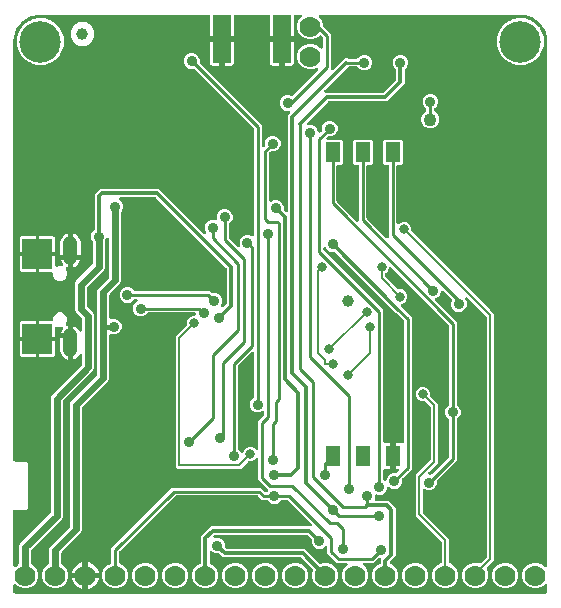
<source format=gbr>
G04 EAGLE Gerber X2 export*
%TF.Part,Single*%
%TF.FileFunction,Copper,L2,Bot,Mixed*%
%TF.FilePolarity,Positive*%
%TF.GenerationSoftware,Autodesk,EAGLE,9.1.0*%
%TF.CreationDate,2018-08-13T09:50:29Z*%
G75*
%MOMM*%
%FSLAX34Y34*%
%LPD*%
%AMOC8*
5,1,8,0,0,1.08239X$1,22.5*%
G01*
%ADD10R,2.500000X2.500000*%
%ADD11C,1.208000*%
%ADD12C,3.516000*%
%ADD13R,1.300000X1.700000*%
%ADD14C,1.100000*%
%ADD15R,1.524000X4.064000*%
%ADD16C,1.000000*%
%ADD17C,1.778000*%
%ADD18C,0.906400*%
%ADD19C,0.800100*%
%ADD20C,0.203200*%
%ADD21C,0.254000*%
%ADD22C,0.304800*%
%ADD23C,0.609600*%
%ADD24C,0.406400*%

G36*
X453508Y2556D02*
X453508Y2556D01*
X453627Y2563D01*
X453665Y2576D01*
X453706Y2581D01*
X453816Y2624D01*
X453929Y2661D01*
X453964Y2683D01*
X454001Y2698D01*
X454097Y2767D01*
X454198Y2831D01*
X454226Y2861D01*
X454259Y2884D01*
X454335Y2976D01*
X454416Y3063D01*
X454436Y3098D01*
X454461Y3129D01*
X454512Y3237D01*
X454570Y3341D01*
X454580Y3381D01*
X454597Y3417D01*
X454619Y3534D01*
X454649Y3649D01*
X454653Y3709D01*
X454657Y3729D01*
X454655Y3750D01*
X454659Y3810D01*
X454659Y9428D01*
X454642Y9565D01*
X454629Y9704D01*
X454622Y9723D01*
X454619Y9744D01*
X454568Y9872D01*
X454521Y10004D01*
X454510Y10020D01*
X454502Y10039D01*
X454421Y10152D01*
X454343Y10267D01*
X454327Y10280D01*
X454316Y10297D01*
X454208Y10385D01*
X454104Y10477D01*
X454086Y10486D01*
X454071Y10499D01*
X453945Y10559D01*
X453821Y10622D01*
X453801Y10626D01*
X453783Y10635D01*
X453646Y10661D01*
X453511Y10691D01*
X453490Y10691D01*
X453471Y10695D01*
X453332Y10686D01*
X453193Y10682D01*
X453173Y10676D01*
X453153Y10675D01*
X453021Y10632D01*
X452887Y10593D01*
X452870Y10583D01*
X452851Y10577D01*
X452733Y10502D01*
X452613Y10432D01*
X452592Y10413D01*
X452582Y10407D01*
X452568Y10392D01*
X452493Y10325D01*
X450687Y8520D01*
X446673Y6857D01*
X442327Y6857D01*
X438313Y8520D01*
X435240Y11593D01*
X433577Y15607D01*
X433577Y19953D01*
X435240Y23967D01*
X438313Y27040D01*
X442327Y28703D01*
X446673Y28703D01*
X450687Y27040D01*
X452493Y25235D01*
X452602Y25149D01*
X452709Y25061D01*
X452728Y25052D01*
X452744Y25040D01*
X452872Y24984D01*
X452997Y24925D01*
X453017Y24921D01*
X453036Y24913D01*
X453174Y24891D01*
X453310Y24865D01*
X453330Y24867D01*
X453350Y24863D01*
X453489Y24876D01*
X453627Y24885D01*
X453646Y24891D01*
X453666Y24893D01*
X453798Y24940D01*
X453929Y24983D01*
X453947Y24994D01*
X453966Y25001D01*
X454081Y25079D01*
X454198Y25153D01*
X454212Y25168D01*
X454229Y25179D01*
X454321Y25284D01*
X454416Y25385D01*
X454426Y25403D01*
X454439Y25418D01*
X454503Y25542D01*
X454570Y25663D01*
X454575Y25683D01*
X454584Y25701D01*
X454614Y25837D01*
X454649Y25971D01*
X454651Y25999D01*
X454654Y26011D01*
X454653Y26032D01*
X454659Y26132D01*
X454659Y469900D01*
X454657Y469922D01*
X454655Y470000D01*
X454390Y473377D01*
X454376Y473445D01*
X454371Y473514D01*
X454331Y473670D01*
X452244Y480094D01*
X452193Y480201D01*
X452150Y480312D01*
X452117Y480363D01*
X452109Y480382D01*
X452096Y480397D01*
X452064Y480448D01*
X450371Y482778D01*
X450353Y482797D01*
X450339Y482820D01*
X450244Y482913D01*
X450153Y483009D01*
X450131Y483024D01*
X450112Y483042D01*
X449998Y483108D01*
X449992Y483124D01*
X449989Y483151D01*
X449940Y483275D01*
X449897Y483400D01*
X449882Y483422D01*
X449872Y483447D01*
X449786Y483583D01*
X448093Y485913D01*
X448012Y485999D01*
X447936Y486091D01*
X447890Y486129D01*
X447876Y486144D01*
X447858Y486155D01*
X447812Y486193D01*
X444747Y488420D01*
X442348Y490164D01*
X442244Y490221D01*
X442144Y490285D01*
X442087Y490307D01*
X442069Y490317D01*
X442049Y490322D01*
X441994Y490344D01*
X435570Y492431D01*
X435502Y492444D01*
X435436Y492467D01*
X435277Y492490D01*
X431900Y492755D01*
X431878Y492754D01*
X431800Y492759D01*
X262352Y492759D01*
X262215Y492742D01*
X262076Y492729D01*
X262057Y492722D01*
X262036Y492719D01*
X261908Y492668D01*
X261776Y492621D01*
X261760Y492610D01*
X261741Y492602D01*
X261628Y492521D01*
X261513Y492443D01*
X261500Y492427D01*
X261483Y492416D01*
X261395Y492308D01*
X261303Y492204D01*
X261294Y492186D01*
X261281Y492171D01*
X261221Y492044D01*
X261158Y491921D01*
X261154Y491901D01*
X261145Y491883D01*
X261119Y491746D01*
X261089Y491611D01*
X261089Y491590D01*
X261085Y491571D01*
X261094Y491432D01*
X261098Y491293D01*
X261104Y491273D01*
X261105Y491253D01*
X261148Y491121D01*
X261187Y490987D01*
X261197Y490970D01*
X261203Y490951D01*
X261278Y490833D01*
X261348Y490713D01*
X261367Y490692D01*
X261373Y490682D01*
X261388Y490668D01*
X261455Y490593D01*
X263260Y488787D01*
X264923Y484773D01*
X264923Y483224D01*
X264935Y483126D01*
X264938Y483027D01*
X264955Y482968D01*
X264963Y482908D01*
X264999Y482816D01*
X265027Y482721D01*
X265057Y482669D01*
X265080Y482613D01*
X265138Y482533D01*
X265188Y482447D01*
X265254Y482372D01*
X265266Y482355D01*
X265276Y482347D01*
X265294Y482326D01*
X271273Y476348D01*
X271273Y447007D01*
X271290Y446869D01*
X271303Y446731D01*
X271310Y446711D01*
X271313Y446691D01*
X271364Y446562D01*
X271411Y446431D01*
X271422Y446414D01*
X271430Y446396D01*
X271511Y446284D01*
X271589Y446168D01*
X271605Y446155D01*
X271616Y446138D01*
X271724Y446050D01*
X271828Y445958D01*
X271846Y445948D01*
X271861Y445936D01*
X271987Y445876D01*
X272111Y445813D01*
X272131Y445809D01*
X272149Y445800D01*
X272285Y445774D01*
X272421Y445743D01*
X272442Y445744D01*
X272461Y445740D01*
X272600Y445749D01*
X272739Y445753D01*
X272759Y445759D01*
X272779Y445760D01*
X272911Y445803D01*
X273045Y445841D01*
X273062Y445852D01*
X273081Y445858D01*
X273199Y445933D01*
X273319Y446003D01*
X273340Y446022D01*
X273350Y446028D01*
X273364Y446043D01*
X273439Y446109D01*
X283007Y455677D01*
X285974Y455677D01*
X285986Y455666D01*
X286039Y455637D01*
X286087Y455600D01*
X286178Y455560D01*
X286264Y455512D01*
X286323Y455497D01*
X286379Y455473D01*
X286477Y455458D01*
X286572Y455433D01*
X286672Y455427D01*
X286693Y455423D01*
X286705Y455425D01*
X286733Y455423D01*
X293213Y455423D01*
X293311Y455435D01*
X293410Y455438D01*
X293468Y455455D01*
X293529Y455463D01*
X293621Y455499D01*
X293716Y455527D01*
X293768Y455557D01*
X293824Y455580D01*
X293904Y455638D01*
X293990Y455688D01*
X294065Y455754D01*
X294082Y455766D01*
X294089Y455776D01*
X294111Y455794D01*
X296001Y457685D01*
X298414Y458685D01*
X301026Y458685D01*
X303439Y457685D01*
X305285Y455839D01*
X306285Y453426D01*
X306285Y450814D01*
X305285Y448401D01*
X303439Y446555D01*
X301026Y445555D01*
X298414Y445555D01*
X296001Y446555D01*
X294111Y448446D01*
X294032Y448506D01*
X293960Y448574D01*
X293907Y448603D01*
X293859Y448640D01*
X293768Y448680D01*
X293682Y448728D01*
X293623Y448743D01*
X293567Y448767D01*
X293469Y448782D01*
X293374Y448807D01*
X293274Y448813D01*
X293253Y448817D01*
X293241Y448815D01*
X293213Y448817D01*
X286733Y448817D01*
X286635Y448805D01*
X286536Y448802D01*
X286478Y448785D01*
X286417Y448777D01*
X286325Y448741D01*
X286230Y448713D01*
X286178Y448683D01*
X286122Y448660D01*
X286042Y448602D01*
X285956Y448552D01*
X285881Y448486D01*
X285864Y448474D01*
X285857Y448464D01*
X285835Y448446D01*
X266023Y428633D01*
X265938Y428524D01*
X265850Y428417D01*
X265841Y428398D01*
X265828Y428382D01*
X265773Y428254D01*
X265714Y428129D01*
X265710Y428109D01*
X265702Y428090D01*
X265680Y427952D01*
X265654Y427816D01*
X265655Y427796D01*
X265652Y427776D01*
X265665Y427637D01*
X265674Y427499D01*
X265680Y427480D01*
X265682Y427460D01*
X265729Y427328D01*
X265772Y427197D01*
X265783Y427179D01*
X265790Y427160D01*
X265868Y427045D01*
X265942Y426928D01*
X265957Y426914D01*
X265968Y426897D01*
X266072Y426805D01*
X266174Y426710D01*
X266192Y426700D01*
X266207Y426687D01*
X266331Y426623D01*
X266452Y426556D01*
X266472Y426551D01*
X266490Y426542D01*
X266626Y426512D01*
X266760Y426477D01*
X266788Y426475D01*
X266800Y426472D01*
X266821Y426473D01*
X266921Y426467D01*
X315501Y426467D01*
X315599Y426479D01*
X315698Y426482D01*
X315756Y426499D01*
X315817Y426507D01*
X315909Y426543D01*
X316004Y426571D01*
X316056Y426601D01*
X316112Y426624D01*
X316192Y426682D01*
X316278Y426732D01*
X316353Y426798D01*
X316370Y426810D01*
X316372Y426813D01*
X316373Y426814D01*
X316380Y426822D01*
X316399Y426838D01*
X326272Y436711D01*
X326332Y436790D01*
X326400Y436862D01*
X326429Y436915D01*
X326466Y436963D01*
X326506Y437054D01*
X326554Y437140D01*
X326569Y437199D01*
X326593Y437255D01*
X326608Y437353D01*
X326633Y437448D01*
X326639Y437548D01*
X326643Y437569D01*
X326641Y437581D01*
X326643Y437609D01*
X326643Y445867D01*
X326631Y445965D01*
X326628Y446064D01*
X326611Y446123D01*
X326603Y446183D01*
X326567Y446275D01*
X326539Y446370D01*
X326509Y446422D01*
X326486Y446478D01*
X326428Y446558D01*
X326378Y446644D01*
X326312Y446719D01*
X326300Y446736D01*
X326290Y446743D01*
X326272Y446765D01*
X324635Y448401D01*
X323635Y450814D01*
X323635Y453426D01*
X324635Y455839D01*
X326481Y457685D01*
X328894Y458685D01*
X331506Y458685D01*
X333919Y457685D01*
X335765Y455839D01*
X336765Y453426D01*
X336765Y450814D01*
X335765Y448401D01*
X334128Y446765D01*
X334068Y446686D01*
X334000Y446614D01*
X333971Y446561D01*
X333934Y446513D01*
X333894Y446422D01*
X333846Y446336D01*
X333831Y446277D01*
X333807Y446221D01*
X333792Y446123D01*
X333767Y446028D01*
X333761Y445928D01*
X333757Y445907D01*
X333759Y445895D01*
X333757Y445867D01*
X333757Y434137D01*
X318973Y419353D01*
X269969Y419353D01*
X269871Y419341D01*
X269772Y419338D01*
X269714Y419321D01*
X269653Y419313D01*
X269561Y419277D01*
X269466Y419249D01*
X269414Y419219D01*
X269358Y419196D01*
X269278Y419138D01*
X269192Y419088D01*
X269117Y419022D01*
X269100Y419010D01*
X269093Y419000D01*
X269071Y418982D01*
X251044Y400954D01*
X251002Y400899D01*
X250951Y400851D01*
X250905Y400774D01*
X250849Y400703D01*
X250822Y400639D01*
X250785Y400580D01*
X250759Y400494D01*
X250723Y400411D01*
X250712Y400342D01*
X250692Y400276D01*
X250687Y400186D01*
X250673Y400097D01*
X250680Y400028D01*
X250677Y399958D01*
X250695Y399870D01*
X250703Y399781D01*
X250727Y399715D01*
X250741Y399647D01*
X250780Y399566D01*
X250811Y399481D01*
X250850Y399424D01*
X250881Y399361D01*
X250939Y399293D01*
X250989Y399218D01*
X251042Y399172D01*
X251087Y399119D01*
X251160Y399067D01*
X251228Y399008D01*
X251290Y398976D01*
X251347Y398936D01*
X251431Y398904D01*
X251511Y398863D01*
X251579Y398848D01*
X251644Y398823D01*
X251734Y398813D01*
X251821Y398793D01*
X251891Y398796D01*
X251960Y398788D01*
X252049Y398800D01*
X252139Y398803D01*
X252206Y398823D01*
X252275Y398832D01*
X252428Y398884D01*
X252694Y398995D01*
X255306Y398995D01*
X257719Y397995D01*
X259565Y396149D01*
X260649Y393532D01*
X260674Y393489D01*
X260691Y393442D01*
X260752Y393351D01*
X260807Y393256D01*
X260841Y393220D01*
X260869Y393179D01*
X260951Y393106D01*
X261028Y393027D01*
X261070Y393001D01*
X261108Y392968D01*
X261205Y392918D01*
X261299Y392861D01*
X261347Y392846D01*
X261391Y392824D01*
X261498Y392800D01*
X261603Y392767D01*
X261653Y392765D01*
X261701Y392754D01*
X261811Y392757D01*
X261921Y392752D01*
X261969Y392762D01*
X262019Y392764D01*
X262125Y392794D01*
X262232Y392817D01*
X262277Y392838D01*
X262325Y392852D01*
X262419Y392908D01*
X262518Y392956D01*
X262556Y392988D01*
X262598Y393014D01*
X262719Y393120D01*
X263574Y393974D01*
X263634Y394053D01*
X263702Y394125D01*
X263731Y394178D01*
X263768Y394226D01*
X263808Y394317D01*
X263856Y394403D01*
X263871Y394462D01*
X263895Y394517D01*
X263910Y394615D01*
X263935Y394711D01*
X263941Y394811D01*
X263945Y394832D01*
X263943Y394844D01*
X263945Y394872D01*
X263945Y397546D01*
X264945Y399959D01*
X266791Y401805D01*
X269204Y402805D01*
X271816Y402805D01*
X274229Y401805D01*
X276075Y399959D01*
X277075Y397546D01*
X277075Y394934D01*
X276075Y392521D01*
X274229Y390675D01*
X271816Y389675D01*
X269142Y389675D01*
X269044Y389663D01*
X268945Y389660D01*
X268886Y389643D01*
X268826Y389635D01*
X268734Y389599D01*
X268639Y389571D01*
X268587Y389541D01*
X268531Y389518D01*
X268450Y389460D01*
X268365Y389410D01*
X268290Y389344D01*
X268273Y389332D01*
X268266Y389322D01*
X268260Y389318D01*
X268257Y389315D01*
X268244Y389304D01*
X267790Y388850D01*
X267705Y388740D01*
X267616Y388633D01*
X267608Y388614D01*
X267595Y388598D01*
X267540Y388471D01*
X267481Y388345D01*
X267477Y388325D01*
X267469Y388306D01*
X267447Y388169D01*
X267421Y388032D01*
X267422Y388012D01*
X267419Y387992D01*
X267432Y387853D01*
X267441Y387715D01*
X267447Y387696D01*
X267449Y387676D01*
X267496Y387544D01*
X267539Y387413D01*
X267550Y387396D01*
X267556Y387376D01*
X267635Y387261D01*
X267709Y387144D01*
X267724Y387130D01*
X267735Y387113D01*
X267839Y387021D01*
X267941Y386926D01*
X267958Y386916D01*
X267973Y386903D01*
X268098Y386839D01*
X268219Y386772D01*
X268239Y386767D01*
X268257Y386758D01*
X268393Y386728D01*
X268527Y386693D01*
X268555Y386691D01*
X268567Y386688D01*
X268588Y386689D01*
X268688Y386683D01*
X280172Y386683D01*
X281363Y385492D01*
X281363Y366808D01*
X280172Y365617D01*
X277402Y365617D01*
X277284Y365602D01*
X277165Y365595D01*
X277127Y365582D01*
X277086Y365577D01*
X276976Y365534D01*
X276863Y365497D01*
X276828Y365475D01*
X276791Y365460D01*
X276695Y365391D01*
X276594Y365327D01*
X276566Y365297D01*
X276533Y365274D01*
X276457Y365182D01*
X276376Y365095D01*
X276356Y365060D01*
X276331Y365029D01*
X276280Y364921D01*
X276222Y364817D01*
X276212Y364777D01*
X276195Y364741D01*
X276173Y364624D01*
X276143Y364509D01*
X276139Y364449D01*
X276135Y364429D01*
X276137Y364408D01*
X276133Y364348D01*
X276133Y334854D01*
X276145Y334756D01*
X276148Y334657D01*
X276165Y334598D01*
X276173Y334538D01*
X276209Y334446D01*
X276237Y334351D01*
X276267Y334299D01*
X276290Y334243D01*
X276348Y334163D01*
X276398Y334077D01*
X276464Y334002D01*
X276476Y333985D01*
X276486Y333977D01*
X276504Y333956D01*
X292761Y317700D01*
X292870Y317615D01*
X292977Y317526D01*
X292996Y317518D01*
X293012Y317505D01*
X293140Y317450D01*
X293265Y317391D01*
X293285Y317387D01*
X293304Y317379D01*
X293442Y317357D01*
X293578Y317331D01*
X293598Y317332D01*
X293618Y317329D01*
X293757Y317342D01*
X293895Y317351D01*
X293914Y317357D01*
X293934Y317359D01*
X294066Y317406D01*
X294197Y317449D01*
X294215Y317460D01*
X294234Y317467D01*
X294349Y317545D01*
X294466Y317619D01*
X294480Y317634D01*
X294497Y317645D01*
X294589Y317749D01*
X294684Y317851D01*
X294694Y317868D01*
X294707Y317884D01*
X294771Y318007D01*
X294838Y318129D01*
X294843Y318149D01*
X294852Y318167D01*
X294882Y318303D01*
X294917Y318437D01*
X294919Y318465D01*
X294922Y318477D01*
X294921Y318498D01*
X294927Y318598D01*
X294927Y364348D01*
X294912Y364466D01*
X294905Y364585D01*
X294892Y364623D01*
X294887Y364664D01*
X294844Y364774D01*
X294807Y364887D01*
X294785Y364922D01*
X294770Y364959D01*
X294701Y365055D01*
X294637Y365156D01*
X294607Y365184D01*
X294584Y365217D01*
X294492Y365293D01*
X294405Y365374D01*
X294370Y365394D01*
X294339Y365419D01*
X294231Y365470D01*
X294127Y365528D01*
X294087Y365538D01*
X294051Y365555D01*
X293934Y365577D01*
X293819Y365607D01*
X293759Y365611D01*
X293739Y365615D01*
X293718Y365613D01*
X293658Y365617D01*
X290888Y365617D01*
X289697Y366808D01*
X289697Y385492D01*
X290888Y386683D01*
X305572Y386683D01*
X306763Y385492D01*
X306763Y366808D01*
X305572Y365617D01*
X302802Y365617D01*
X302684Y365602D01*
X302565Y365595D01*
X302527Y365582D01*
X302486Y365577D01*
X302376Y365534D01*
X302263Y365497D01*
X302228Y365475D01*
X302191Y365460D01*
X302095Y365391D01*
X301994Y365327D01*
X301966Y365297D01*
X301933Y365274D01*
X301857Y365182D01*
X301776Y365095D01*
X301756Y365060D01*
X301731Y365029D01*
X301680Y364921D01*
X301622Y364817D01*
X301612Y364777D01*
X301595Y364741D01*
X301573Y364624D01*
X301543Y364509D01*
X301539Y364449D01*
X301535Y364429D01*
X301537Y364408D01*
X301533Y364348D01*
X301533Y320884D01*
X301545Y320786D01*
X301548Y320687D01*
X301565Y320628D01*
X301573Y320568D01*
X301609Y320476D01*
X301637Y320381D01*
X301667Y320329D01*
X301690Y320273D01*
X301748Y320193D01*
X301798Y320107D01*
X301864Y320032D01*
X301876Y320015D01*
X301886Y320007D01*
X301904Y319986D01*
X318161Y303730D01*
X318270Y303645D01*
X318377Y303556D01*
X318396Y303548D01*
X318412Y303535D01*
X318540Y303480D01*
X318665Y303421D01*
X318685Y303417D01*
X318704Y303409D01*
X318842Y303387D01*
X318978Y303361D01*
X318998Y303362D01*
X319018Y303359D01*
X319157Y303372D01*
X319295Y303381D01*
X319314Y303387D01*
X319334Y303389D01*
X319466Y303436D01*
X319597Y303479D01*
X319615Y303490D01*
X319634Y303497D01*
X319749Y303575D01*
X319866Y303649D01*
X319880Y303664D01*
X319897Y303675D01*
X319989Y303779D01*
X320084Y303881D01*
X320094Y303898D01*
X320107Y303914D01*
X320171Y304037D01*
X320238Y304159D01*
X320243Y304179D01*
X320252Y304197D01*
X320282Y304333D01*
X320317Y304467D01*
X320319Y304495D01*
X320322Y304507D01*
X320321Y304528D01*
X320327Y304628D01*
X320327Y364348D01*
X320312Y364466D01*
X320305Y364585D01*
X320292Y364623D01*
X320287Y364664D01*
X320244Y364774D01*
X320207Y364887D01*
X320185Y364922D01*
X320170Y364959D01*
X320101Y365055D01*
X320037Y365156D01*
X320007Y365184D01*
X319984Y365217D01*
X319892Y365293D01*
X319805Y365374D01*
X319770Y365394D01*
X319739Y365419D01*
X319631Y365470D01*
X319527Y365528D01*
X319487Y365538D01*
X319451Y365555D01*
X319334Y365577D01*
X319219Y365607D01*
X319159Y365611D01*
X319139Y365615D01*
X319118Y365613D01*
X319058Y365617D01*
X316288Y365617D01*
X315097Y366808D01*
X315097Y385492D01*
X316288Y386683D01*
X330972Y386683D01*
X332163Y385492D01*
X332163Y366808D01*
X330972Y365617D01*
X328202Y365617D01*
X328084Y365602D01*
X327965Y365595D01*
X327927Y365582D01*
X327886Y365577D01*
X327776Y365534D01*
X327663Y365497D01*
X327628Y365475D01*
X327591Y365460D01*
X327495Y365391D01*
X327394Y365327D01*
X327366Y365297D01*
X327333Y365274D01*
X327257Y365182D01*
X327176Y365095D01*
X327156Y365060D01*
X327131Y365029D01*
X327080Y364921D01*
X327022Y364817D01*
X327012Y364777D01*
X326995Y364741D01*
X326973Y364624D01*
X326943Y364509D01*
X326939Y364449D01*
X326935Y364429D01*
X326937Y364408D01*
X326933Y364348D01*
X326933Y316304D01*
X326950Y316166D01*
X326963Y316028D01*
X326970Y316009D01*
X326973Y315989D01*
X327024Y315860D01*
X327071Y315729D01*
X327082Y315712D01*
X327090Y315693D01*
X327171Y315581D01*
X327249Y315465D01*
X327265Y315452D01*
X327276Y315436D01*
X327384Y315347D01*
X327488Y315255D01*
X327506Y315246D01*
X327521Y315233D01*
X327647Y315174D01*
X327771Y315110D01*
X327791Y315106D01*
X327809Y315097D01*
X327946Y315071D01*
X328081Y315041D01*
X328102Y315041D01*
X328121Y315038D01*
X328260Y315046D01*
X328399Y315050D01*
X328419Y315056D01*
X328439Y315057D01*
X328571Y315100D01*
X328705Y315139D01*
X328722Y315149D01*
X328741Y315155D01*
X328859Y315230D01*
X328979Y315300D01*
X329000Y315319D01*
X329010Y315325D01*
X329024Y315340D01*
X329099Y315407D01*
X329957Y316265D01*
X332175Y317183D01*
X334575Y317183D01*
X336793Y316265D01*
X338490Y314568D01*
X339408Y312350D01*
X339408Y309954D01*
X339421Y309856D01*
X339424Y309757D01*
X339440Y309699D01*
X339448Y309639D01*
X339485Y309546D01*
X339512Y309451D01*
X339543Y309399D01*
X339565Y309343D01*
X339623Y309263D01*
X339674Y309177D01*
X339740Y309102D01*
X339752Y309085D01*
X339761Y309078D01*
X339780Y309057D01*
X407291Y241545D01*
X409449Y239388D01*
X409449Y30487D01*
X403550Y24589D01*
X403532Y24566D01*
X403510Y24546D01*
X403435Y24440D01*
X403355Y24338D01*
X403344Y24311D01*
X403327Y24286D01*
X403281Y24165D01*
X403229Y24046D01*
X403225Y24017D01*
X403214Y23989D01*
X403200Y23860D01*
X403179Y23732D01*
X403182Y23702D01*
X403179Y23673D01*
X403197Y23544D01*
X403209Y23415D01*
X403219Y23387D01*
X403223Y23358D01*
X403275Y23206D01*
X404623Y19953D01*
X404623Y15607D01*
X402960Y11593D01*
X399887Y8520D01*
X395873Y6857D01*
X391527Y6857D01*
X387513Y8520D01*
X384440Y11593D01*
X382777Y15607D01*
X382777Y19953D01*
X384440Y23967D01*
X387513Y27040D01*
X391527Y28703D01*
X395873Y28703D01*
X397330Y28099D01*
X397358Y28091D01*
X397384Y28078D01*
X397511Y28050D01*
X397636Y28015D01*
X397666Y28015D01*
X397695Y28008D01*
X397824Y28012D01*
X397954Y28010D01*
X397983Y28017D01*
X398013Y28018D01*
X398137Y28054D01*
X398264Y28084D01*
X398290Y28098D01*
X398318Y28106D01*
X398430Y28172D01*
X398545Y28233D01*
X398567Y28253D01*
X398592Y28268D01*
X398713Y28374D01*
X402980Y32641D01*
X403040Y32719D01*
X403108Y32791D01*
X403137Y32844D01*
X403174Y32892D01*
X403214Y32983D01*
X403262Y33070D01*
X403277Y33129D01*
X403301Y33184D01*
X403316Y33282D01*
X403341Y33378D01*
X403347Y33478D01*
X403351Y33498D01*
X403349Y33511D01*
X403351Y33539D01*
X403351Y236336D01*
X403339Y236435D01*
X403336Y236534D01*
X403319Y236592D01*
X403311Y236652D01*
X403275Y236744D01*
X403247Y236839D01*
X403217Y236891D01*
X403194Y236948D01*
X403136Y237028D01*
X403086Y237113D01*
X403020Y237188D01*
X403008Y237205D01*
X402998Y237213D01*
X402980Y237234D01*
X387297Y252916D01*
X387242Y252959D01*
X387194Y253009D01*
X387117Y253056D01*
X387046Y253111D01*
X386982Y253139D01*
X386923Y253175D01*
X386837Y253202D01*
X386754Y253237D01*
X386685Y253248D01*
X386619Y253269D01*
X386529Y253273D01*
X386440Y253287D01*
X386371Y253281D01*
X386301Y253284D01*
X386213Y253266D01*
X386124Y253257D01*
X386058Y253234D01*
X385990Y253220D01*
X385909Y253180D01*
X385824Y253150D01*
X385767Y253111D01*
X385704Y253080D01*
X385635Y253022D01*
X385561Y252971D01*
X385515Y252919D01*
X385462Y252874D01*
X385410Y252800D01*
X385351Y252733D01*
X385319Y252671D01*
X385279Y252614D01*
X385247Y252530D01*
X385206Y252450D01*
X385191Y252381D01*
X385166Y252316D01*
X385156Y252227D01*
X385136Y252139D01*
X385139Y252069D01*
X385131Y252000D01*
X385143Y251911D01*
X385146Y251821D01*
X385165Y251754D01*
X385175Y251685D01*
X385227Y251533D01*
X386295Y248956D01*
X386295Y246344D01*
X385295Y243931D01*
X383449Y242085D01*
X381036Y241085D01*
X378424Y241085D01*
X376011Y242085D01*
X374165Y243931D01*
X373165Y246344D01*
X373165Y248956D01*
X373757Y250384D01*
X373765Y250413D01*
X373778Y250439D01*
X373807Y250566D01*
X373841Y250691D01*
X373841Y250720D01*
X373848Y250749D01*
X373844Y250879D01*
X373846Y251009D01*
X373839Y251038D01*
X373838Y251067D01*
X373802Y251192D01*
X373772Y251318D01*
X373758Y251344D01*
X373750Y251373D01*
X373684Y251484D01*
X373623Y251599D01*
X373603Y251621D01*
X373588Y251647D01*
X373482Y251767D01*
X366859Y258390D01*
X366820Y258420D01*
X366787Y258457D01*
X366695Y258517D01*
X366608Y258585D01*
X366562Y258605D01*
X366521Y258632D01*
X366417Y258668D01*
X366316Y258711D01*
X366267Y258719D01*
X366220Y258735D01*
X366111Y258744D01*
X366002Y258761D01*
X365953Y258756D01*
X365903Y258760D01*
X365795Y258742D01*
X365685Y258731D01*
X365639Y258714D01*
X365590Y258706D01*
X365490Y258661D01*
X365386Y258624D01*
X365345Y258596D01*
X365300Y258575D01*
X365214Y258507D01*
X365123Y258445D01*
X365090Y258408D01*
X365051Y258377D01*
X364985Y258289D01*
X364913Y258207D01*
X364890Y258162D01*
X364860Y258123D01*
X364789Y257978D01*
X363705Y255361D01*
X361859Y253515D01*
X360140Y252803D01*
X360097Y252778D01*
X360050Y252761D01*
X359959Y252700D01*
X359864Y252645D01*
X359828Y252611D01*
X359787Y252583D01*
X359714Y252500D01*
X359635Y252424D01*
X359609Y252382D01*
X359576Y252344D01*
X359526Y252246D01*
X359469Y252153D01*
X359454Y252105D01*
X359432Y252061D01*
X359408Y251954D01*
X359375Y251849D01*
X359373Y251799D01*
X359362Y251751D01*
X359365Y251641D01*
X359360Y251531D01*
X359370Y251483D01*
X359372Y251433D01*
X359402Y251327D01*
X359425Y251220D01*
X359446Y251175D01*
X359460Y251127D01*
X359516Y251033D01*
X359564Y250934D01*
X359597Y250896D01*
X359622Y250853D01*
X359728Y250733D01*
X375646Y234814D01*
X377953Y232508D01*
X377953Y162717D01*
X377965Y162619D01*
X377968Y162520D01*
X377985Y162462D01*
X377993Y162401D01*
X378029Y162309D01*
X378057Y162214D01*
X378087Y162162D01*
X378110Y162106D01*
X378168Y162026D01*
X378218Y161940D01*
X378284Y161865D01*
X378296Y161848D01*
X378306Y161841D01*
X378324Y161819D01*
X380215Y159929D01*
X381215Y157516D01*
X381215Y154904D01*
X380215Y152491D01*
X378324Y150601D01*
X378264Y150522D01*
X378196Y150450D01*
X378167Y150397D01*
X378130Y150349D01*
X378090Y150258D01*
X378042Y150172D01*
X378027Y150113D01*
X378003Y150057D01*
X377988Y149959D01*
X377963Y149864D01*
X377957Y149764D01*
X377953Y149743D01*
X377955Y149731D01*
X377953Y149703D01*
X377953Y115472D01*
X375647Y113166D01*
X375646Y113166D01*
X361266Y98786D01*
X361206Y98707D01*
X361138Y98635D01*
X361109Y98582D01*
X361072Y98534D01*
X361032Y98443D01*
X360984Y98357D01*
X360969Y98298D01*
X360945Y98243D01*
X360930Y98145D01*
X360905Y98049D01*
X360899Y97949D01*
X360895Y97929D01*
X360897Y97916D01*
X360895Y97888D01*
X360895Y95214D01*
X359895Y92801D01*
X358049Y90955D01*
X355636Y89955D01*
X353024Y89955D01*
X350879Y90844D01*
X350831Y90857D01*
X350786Y90878D01*
X350678Y90899D01*
X350572Y90928D01*
X350522Y90929D01*
X350473Y90938D01*
X350364Y90931D01*
X350254Y90933D01*
X350206Y90921D01*
X350156Y90918D01*
X350052Y90884D01*
X349945Y90859D01*
X349901Y90836D01*
X349854Y90820D01*
X349761Y90761D01*
X349664Y90710D01*
X349627Y90677D01*
X349585Y90650D01*
X349510Y90570D01*
X349428Y90496D01*
X349401Y90455D01*
X349367Y90418D01*
X349314Y90322D01*
X349254Y90230D01*
X349237Y90183D01*
X349213Y90140D01*
X349186Y90034D01*
X349150Y89930D01*
X349146Y89880D01*
X349134Y89832D01*
X349124Y89671D01*
X349124Y71639D01*
X349136Y71540D01*
X349139Y71441D01*
X349156Y71383D01*
X349164Y71323D01*
X349200Y71231D01*
X349228Y71136D01*
X349258Y71084D01*
X349281Y71027D01*
X349339Y70947D01*
X349389Y70862D01*
X349455Y70787D01*
X349467Y70770D01*
X349477Y70762D01*
X349495Y70741D01*
X371349Y48888D01*
X371349Y29188D01*
X371352Y29159D01*
X371350Y29129D01*
X371366Y29037D01*
X371371Y28958D01*
X371382Y28924D01*
X371389Y28872D01*
X371399Y28845D01*
X371404Y28816D01*
X371450Y28716D01*
X371469Y28656D01*
X371483Y28633D01*
X371506Y28577D01*
X371523Y28553D01*
X371535Y28526D01*
X371613Y28429D01*
X371639Y28387D01*
X371653Y28374D01*
X371692Y28319D01*
X371715Y28301D01*
X371734Y28277D01*
X371837Y28199D01*
X371847Y28192D01*
X371871Y28169D01*
X371881Y28163D01*
X371937Y28117D01*
X371964Y28104D01*
X371988Y28086D01*
X372132Y28015D01*
X374487Y27040D01*
X377560Y23967D01*
X379223Y19953D01*
X379223Y15607D01*
X377560Y11593D01*
X374487Y8520D01*
X370473Y6857D01*
X366127Y6857D01*
X362113Y8520D01*
X359040Y11593D01*
X357377Y15607D01*
X357377Y19953D01*
X359040Y23967D01*
X362113Y27040D01*
X364468Y28015D01*
X364493Y28030D01*
X364521Y28039D01*
X364585Y28080D01*
X364593Y28083D01*
X364613Y28097D01*
X364631Y28108D01*
X364744Y28173D01*
X364765Y28193D01*
X364790Y28209D01*
X364839Y28261D01*
X364851Y28269D01*
X364878Y28302D01*
X364879Y28304D01*
X364972Y28394D01*
X364988Y28419D01*
X365008Y28441D01*
X365039Y28497D01*
X365053Y28514D01*
X365077Y28565D01*
X365139Y28665D01*
X365147Y28693D01*
X365162Y28719D01*
X365176Y28774D01*
X365189Y28802D01*
X365202Y28872D01*
X365232Y28969D01*
X365234Y28999D01*
X365241Y29027D01*
X365246Y29098D01*
X365249Y29114D01*
X365248Y29131D01*
X365251Y29188D01*
X365251Y45836D01*
X365239Y45935D01*
X365236Y46034D01*
X365219Y46092D01*
X365211Y46152D01*
X365175Y46244D01*
X365147Y46339D01*
X365117Y46391D01*
X365094Y46448D01*
X365036Y46528D01*
X364986Y46613D01*
X364920Y46688D01*
X364908Y46705D01*
X364898Y46713D01*
X364880Y46734D01*
X343026Y68587D01*
X343026Y102863D01*
X355355Y115191D01*
X355415Y115269D01*
X355483Y115341D01*
X355512Y115394D01*
X355549Y115442D01*
X355589Y115533D01*
X355637Y115620D01*
X355652Y115679D01*
X355676Y115734D01*
X355691Y115832D01*
X355716Y115928D01*
X355722Y116028D01*
X355726Y116048D01*
X355724Y116061D01*
X355726Y116089D01*
X355726Y160136D01*
X355714Y160235D01*
X355711Y160334D01*
X355694Y160392D01*
X355686Y160452D01*
X355650Y160544D01*
X355622Y160639D01*
X355592Y160691D01*
X355569Y160748D01*
X355511Y160828D01*
X355461Y160913D01*
X355395Y160988D01*
X355383Y161005D01*
X355373Y161013D01*
X355355Y161034D01*
X351343Y165045D01*
X351265Y165106D01*
X351193Y165174D01*
X351140Y165203D01*
X351092Y165240D01*
X351001Y165279D01*
X350915Y165327D01*
X350856Y165342D01*
X350800Y165366D01*
X350702Y165382D01*
X350607Y165407D01*
X350507Y165413D01*
X350486Y165416D01*
X350474Y165415D01*
X350446Y165417D01*
X348050Y165417D01*
X345832Y166335D01*
X344135Y168032D01*
X343217Y170250D01*
X343217Y172650D01*
X344135Y174868D01*
X345832Y176565D01*
X348050Y177483D01*
X350450Y177483D01*
X352668Y176565D01*
X354365Y174868D01*
X355283Y172650D01*
X355283Y170254D01*
X355296Y170156D01*
X355299Y170057D01*
X355315Y169999D01*
X355323Y169939D01*
X355360Y169846D01*
X355387Y169751D01*
X355418Y169699D01*
X355440Y169643D01*
X355498Y169563D01*
X355549Y169477D01*
X355615Y169402D01*
X355627Y169386D01*
X355636Y169378D01*
X355655Y169357D01*
X361824Y163188D01*
X361824Y113037D01*
X354038Y105251D01*
X353953Y105142D01*
X353864Y105035D01*
X353856Y105016D01*
X353843Y105000D01*
X353788Y104872D01*
X353729Y104747D01*
X353725Y104727D01*
X353717Y104708D01*
X353695Y104570D01*
X353669Y104434D01*
X353670Y104414D01*
X353667Y104394D01*
X353680Y104255D01*
X353689Y104117D01*
X353695Y104098D01*
X353697Y104078D01*
X353744Y103946D01*
X353787Y103815D01*
X353797Y103797D01*
X353804Y103778D01*
X353882Y103663D01*
X353957Y103546D01*
X353972Y103532D01*
X353983Y103515D01*
X354087Y103423D01*
X354188Y103328D01*
X354206Y103318D01*
X354221Y103305D01*
X354345Y103241D01*
X354467Y103174D01*
X354486Y103169D01*
X354505Y103160D01*
X354640Y103130D01*
X354775Y103095D01*
X354803Y103093D01*
X354815Y103090D01*
X354835Y103091D01*
X354936Y103085D01*
X355698Y103085D01*
X355796Y103097D01*
X355895Y103100D01*
X355954Y103117D01*
X356014Y103125D01*
X356106Y103161D01*
X356201Y103189D01*
X356253Y103219D01*
X356309Y103242D01*
X356389Y103300D01*
X356475Y103350D01*
X356550Y103416D01*
X356567Y103428D01*
X356575Y103438D01*
X356596Y103456D01*
X370976Y117836D01*
X371036Y117915D01*
X371104Y117987D01*
X371133Y118040D01*
X371170Y118088D01*
X371210Y118179D01*
X371258Y118265D01*
X371273Y118324D01*
X371297Y118379D01*
X371312Y118477D01*
X371337Y118573D01*
X371343Y118673D01*
X371347Y118693D01*
X371345Y118706D01*
X371347Y118734D01*
X371347Y149703D01*
X371335Y149801D01*
X371332Y149900D01*
X371315Y149958D01*
X371307Y150019D01*
X371271Y150111D01*
X371243Y150206D01*
X371213Y150258D01*
X371190Y150314D01*
X371132Y150394D01*
X371082Y150480D01*
X371016Y150555D01*
X371004Y150572D01*
X370994Y150579D01*
X370976Y150601D01*
X369085Y152491D01*
X368085Y154904D01*
X368085Y157516D01*
X369085Y159929D01*
X370976Y161819D01*
X371036Y161898D01*
X371104Y161970D01*
X371133Y162023D01*
X371170Y162071D01*
X371210Y162162D01*
X371258Y162248D01*
X371273Y162307D01*
X371297Y162363D01*
X371312Y162461D01*
X371337Y162556D01*
X371343Y162656D01*
X371347Y162677D01*
X371345Y162689D01*
X371347Y162717D01*
X371347Y229246D01*
X371335Y229344D01*
X371332Y229443D01*
X371315Y229502D01*
X371307Y229562D01*
X371271Y229654D01*
X371243Y229749D01*
X371213Y229801D01*
X371190Y229857D01*
X371132Y229937D01*
X371082Y230023D01*
X371016Y230098D01*
X371004Y230115D01*
X370994Y230123D01*
X370976Y230144D01*
X322452Y278668D01*
X322412Y278698D01*
X322379Y278735D01*
X322287Y278795D01*
X322200Y278863D01*
X322155Y278882D01*
X322113Y278910D01*
X322009Y278945D01*
X321908Y278989D01*
X321859Y278997D01*
X321812Y279013D01*
X321703Y279022D01*
X321594Y279039D01*
X321545Y279034D01*
X321495Y279038D01*
X321387Y279019D01*
X321278Y279009D01*
X321231Y278992D01*
X321182Y278984D01*
X321082Y278939D01*
X320978Y278901D01*
X320937Y278873D01*
X320892Y278853D01*
X320806Y278785D01*
X320715Y278723D01*
X320682Y278686D01*
X320644Y278655D01*
X320577Y278567D01*
X320505Y278484D01*
X320482Y278440D01*
X320452Y278400D01*
X320381Y278256D01*
X319440Y275982D01*
X317745Y274288D01*
X317685Y274210D01*
X317617Y274138D01*
X317588Y274085D01*
X317551Y274037D01*
X317511Y273946D01*
X317463Y273859D01*
X317448Y273801D01*
X317424Y273745D01*
X317409Y273647D01*
X317384Y273551D01*
X317378Y273451D01*
X317374Y273431D01*
X317376Y273419D01*
X317374Y273391D01*
X317374Y271664D01*
X317386Y271565D01*
X317389Y271466D01*
X317406Y271408D01*
X317414Y271348D01*
X317450Y271256D01*
X317478Y271161D01*
X317508Y271109D01*
X317531Y271052D01*
X317589Y270972D01*
X317639Y270887D01*
X317705Y270812D01*
X317717Y270795D01*
X317727Y270787D01*
X317745Y270766D01*
X328107Y260405D01*
X328185Y260344D01*
X328257Y260276D01*
X328310Y260247D01*
X328358Y260210D01*
X328449Y260171D01*
X328535Y260123D01*
X328594Y260108D01*
X328650Y260084D01*
X328748Y260068D01*
X328843Y260043D01*
X328943Y260037D01*
X328964Y260034D01*
X328976Y260035D01*
X329004Y260033D01*
X331400Y260033D01*
X333618Y259115D01*
X335315Y257418D01*
X336233Y255200D01*
X336233Y252800D01*
X335315Y250582D01*
X333618Y248885D01*
X331167Y247870D01*
X331052Y247829D01*
X331035Y247817D01*
X331016Y247810D01*
X330904Y247728D01*
X330789Y247650D01*
X330775Y247635D01*
X330759Y247623D01*
X330670Y247516D01*
X330578Y247412D01*
X330569Y247394D01*
X330556Y247378D01*
X330497Y247252D01*
X330434Y247128D01*
X330429Y247109D01*
X330421Y247090D01*
X330394Y246954D01*
X330364Y246818D01*
X330365Y246798D01*
X330361Y246778D01*
X330369Y246640D01*
X330374Y246500D01*
X330379Y246481D01*
X330380Y246461D01*
X330423Y246329D01*
X330462Y246195D01*
X330472Y246177D01*
X330479Y246158D01*
X330553Y246041D01*
X330624Y245921D01*
X330642Y245900D01*
X330649Y245889D01*
X330664Y245875D01*
X330730Y245800D01*
X331232Y245298D01*
X331232Y245283D01*
X331249Y245224D01*
X331257Y245164D01*
X331293Y245072D01*
X331321Y244977D01*
X331351Y244925D01*
X331374Y244869D01*
X331432Y244789D01*
X331482Y244703D01*
X331548Y244628D01*
X331560Y244611D01*
X331570Y244603D01*
X331588Y244582D01*
X339853Y236318D01*
X339853Y107852D01*
X332056Y100056D01*
X331996Y99977D01*
X331928Y99905D01*
X331899Y99852D01*
X331862Y99804D01*
X331822Y99713D01*
X331774Y99627D01*
X331759Y99568D01*
X331735Y99513D01*
X331720Y99415D01*
X331695Y99319D01*
X331689Y99219D01*
X331685Y99198D01*
X331687Y99186D01*
X331685Y99158D01*
X331685Y96484D01*
X330685Y94071D01*
X328839Y92225D01*
X326426Y91225D01*
X323814Y91225D01*
X321401Y92225D01*
X321152Y92475D01*
X321042Y92560D01*
X320935Y92648D01*
X320916Y92657D01*
X320900Y92670D01*
X320773Y92725D01*
X320647Y92784D01*
X320627Y92788D01*
X320608Y92796D01*
X320471Y92818D01*
X320334Y92844D01*
X320314Y92843D01*
X320294Y92846D01*
X320155Y92833D01*
X320017Y92824D01*
X319998Y92818D01*
X319978Y92816D01*
X319846Y92769D01*
X319715Y92726D01*
X319698Y92715D01*
X319678Y92708D01*
X319563Y92630D01*
X319446Y92556D01*
X319432Y92541D01*
X319415Y92530D01*
X319323Y92426D01*
X319228Y92324D01*
X319218Y92307D01*
X319205Y92291D01*
X319141Y92167D01*
X319074Y92046D01*
X319069Y92026D01*
X319060Y92008D01*
X319030Y91872D01*
X318995Y91738D01*
X318993Y91710D01*
X318990Y91698D01*
X318991Y91677D01*
X318985Y91577D01*
X318985Y91404D01*
X317985Y88991D01*
X316139Y87145D01*
X313726Y86145D01*
X311114Y86145D01*
X310580Y86367D01*
X310532Y86380D01*
X310487Y86401D01*
X310379Y86422D01*
X310273Y86451D01*
X310223Y86451D01*
X310174Y86461D01*
X310065Y86454D01*
X309955Y86456D01*
X309907Y86444D01*
X309857Y86441D01*
X309753Y86407D01*
X309646Y86382D01*
X309602Y86358D01*
X309555Y86343D01*
X309462Y86284D01*
X309365Y86233D01*
X309328Y86199D01*
X309286Y86173D01*
X309211Y86093D01*
X309129Y86019D01*
X309102Y85977D01*
X309068Y85941D01*
X309015Y85845D01*
X308955Y85753D01*
X308938Y85706D01*
X308914Y85663D01*
X308887Y85556D01*
X308851Y85452D01*
X308847Y85403D01*
X308835Y85355D01*
X308825Y85194D01*
X308825Y83784D01*
X308409Y82782D01*
X308396Y82734D01*
X308375Y82689D01*
X308355Y82581D01*
X308326Y82475D01*
X308325Y82425D01*
X308315Y82376D01*
X308322Y82267D01*
X308320Y82157D01*
X308332Y82109D01*
X308335Y82059D01*
X308369Y81955D01*
X308395Y81848D01*
X308418Y81804D01*
X308433Y81757D01*
X308492Y81664D01*
X308543Y81567D01*
X308577Y81530D01*
X308603Y81488D01*
X308683Y81413D01*
X308757Y81331D01*
X308799Y81304D01*
X308835Y81270D01*
X308931Y81217D01*
X309023Y81157D01*
X309070Y81140D01*
X309113Y81116D01*
X309220Y81089D01*
X309324Y81053D01*
X309373Y81049D01*
X309421Y81037D01*
X309582Y81027D01*
X320243Y81027D01*
X326137Y75133D01*
X326137Y34087D01*
X321780Y29730D01*
X321749Y29690D01*
X321712Y29657D01*
X321652Y29565D01*
X321585Y29478D01*
X321565Y29433D01*
X321538Y29391D01*
X321502Y29287D01*
X321458Y29186D01*
X321450Y29137D01*
X321434Y29090D01*
X321426Y28981D01*
X321408Y28872D01*
X321413Y28823D01*
X321409Y28773D01*
X321428Y28665D01*
X321438Y28556D01*
X321455Y28509D01*
X321464Y28460D01*
X321509Y28360D01*
X321546Y28256D01*
X321574Y28215D01*
X321594Y28170D01*
X321663Y28084D01*
X321724Y27993D01*
X321762Y27960D01*
X321793Y27922D01*
X321881Y27855D01*
X321963Y27783D01*
X322007Y27760D01*
X322047Y27730D01*
X322191Y27659D01*
X323687Y27040D01*
X326760Y23967D01*
X328423Y19953D01*
X328423Y15607D01*
X326760Y11593D01*
X323687Y8520D01*
X319673Y6857D01*
X315327Y6857D01*
X311313Y8520D01*
X308240Y11593D01*
X306577Y15607D01*
X306577Y19953D01*
X308240Y23967D01*
X311313Y27040D01*
X313160Y27805D01*
X313185Y27820D01*
X313213Y27829D01*
X313323Y27898D01*
X313436Y27962D01*
X313457Y27983D01*
X313482Y27999D01*
X313571Y28093D01*
X313664Y28184D01*
X313680Y28209D01*
X313700Y28230D01*
X313763Y28344D01*
X313831Y28455D01*
X313839Y28483D01*
X313854Y28509D01*
X313886Y28635D01*
X313924Y28759D01*
X313926Y28788D01*
X313933Y28817D01*
X313943Y28978D01*
X313943Y31536D01*
X313928Y31654D01*
X313921Y31773D01*
X313908Y31811D01*
X313903Y31852D01*
X313860Y31962D01*
X313823Y32075D01*
X313801Y32110D01*
X313786Y32147D01*
X313717Y32243D01*
X313653Y32344D01*
X313623Y32372D01*
X313600Y32405D01*
X313508Y32481D01*
X313421Y32562D01*
X313386Y32582D01*
X313355Y32607D01*
X313247Y32658D01*
X313143Y32716D01*
X313103Y32726D01*
X313067Y32743D01*
X312950Y32765D01*
X312835Y32795D01*
X312775Y32799D01*
X312755Y32803D01*
X312734Y32801D01*
X312674Y32805D01*
X312322Y32805D01*
X312224Y32793D01*
X312125Y32790D01*
X312066Y32773D01*
X312006Y32765D01*
X311914Y32729D01*
X311819Y32701D01*
X311767Y32671D01*
X311711Y32648D01*
X311631Y32590D01*
X311545Y32540D01*
X311470Y32474D01*
X311453Y32462D01*
X311445Y32452D01*
X311424Y32434D01*
X307438Y28447D01*
X299944Y28447D01*
X299807Y28430D01*
X299668Y28417D01*
X299649Y28410D01*
X299628Y28407D01*
X299500Y28356D01*
X299368Y28309D01*
X299352Y28298D01*
X299333Y28290D01*
X299220Y28209D01*
X299105Y28131D01*
X299092Y28115D01*
X299075Y28104D01*
X298987Y27996D01*
X298895Y27892D01*
X298886Y27874D01*
X298873Y27859D01*
X298813Y27733D01*
X298750Y27609D01*
X298746Y27589D01*
X298737Y27571D01*
X298711Y27435D01*
X298681Y27299D01*
X298681Y27278D01*
X298677Y27259D01*
X298686Y27120D01*
X298690Y26981D01*
X298696Y26961D01*
X298697Y26941D01*
X298740Y26809D01*
X298779Y26675D01*
X298789Y26658D01*
X298795Y26639D01*
X298870Y26521D01*
X298940Y26401D01*
X298959Y26380D01*
X298965Y26370D01*
X298980Y26356D01*
X299047Y26281D01*
X301360Y23967D01*
X303023Y19953D01*
X303023Y15607D01*
X301360Y11593D01*
X298287Y8520D01*
X294273Y6857D01*
X289927Y6857D01*
X285913Y8520D01*
X282840Y11593D01*
X281177Y15607D01*
X281177Y19953D01*
X282840Y23967D01*
X285153Y26281D01*
X285239Y26390D01*
X285327Y26497D01*
X285336Y26516D01*
X285348Y26532D01*
X285404Y26660D01*
X285463Y26785D01*
X285467Y26805D01*
X285475Y26824D01*
X285497Y26962D01*
X285523Y27098D01*
X285521Y27118D01*
X285525Y27138D01*
X285512Y27277D01*
X285503Y27415D01*
X285497Y27434D01*
X285495Y27454D01*
X285448Y27586D01*
X285405Y27717D01*
X285394Y27735D01*
X285387Y27754D01*
X285309Y27869D01*
X285235Y27986D01*
X285220Y28000D01*
X285209Y28017D01*
X285104Y28109D01*
X285003Y28204D01*
X284985Y28214D01*
X284970Y28227D01*
X284846Y28291D01*
X284725Y28358D01*
X284705Y28363D01*
X284687Y28372D01*
X284551Y28402D01*
X284417Y28437D01*
X284389Y28439D01*
X284377Y28442D01*
X284356Y28441D01*
X284256Y28447D01*
X276762Y28447D01*
X268477Y36732D01*
X268477Y41499D01*
X268460Y41637D01*
X268447Y41775D01*
X268440Y41794D01*
X268437Y41815D01*
X268386Y41944D01*
X268339Y42075D01*
X268328Y42092D01*
X268320Y42110D01*
X268239Y42223D01*
X268161Y42338D01*
X268145Y42351D01*
X268134Y42368D01*
X268026Y42456D01*
X267922Y42548D01*
X267904Y42558D01*
X267889Y42570D01*
X267763Y42630D01*
X267639Y42693D01*
X267619Y42697D01*
X267601Y42706D01*
X267464Y42732D01*
X267329Y42763D01*
X267308Y42762D01*
X267289Y42766D01*
X267150Y42757D01*
X267011Y42753D01*
X266991Y42747D01*
X266971Y42746D01*
X266839Y42703D01*
X266705Y42665D01*
X266688Y42654D01*
X266669Y42648D01*
X266551Y42574D01*
X266431Y42503D01*
X266410Y42484D01*
X266400Y42478D01*
X266386Y42463D01*
X266311Y42397D01*
X265339Y41425D01*
X262926Y40425D01*
X260314Y40425D01*
X257901Y41425D01*
X256055Y43271D01*
X255055Y45684D01*
X255055Y47999D01*
X255043Y48097D01*
X255040Y48196D01*
X255023Y48254D01*
X255015Y48315D01*
X254979Y48407D01*
X254951Y48502D01*
X254921Y48554D01*
X254898Y48610D01*
X254840Y48690D01*
X254790Y48776D01*
X254724Y48851D01*
X254712Y48868D01*
X254702Y48875D01*
X254684Y48897D01*
X251629Y51952D01*
X251550Y52012D01*
X251478Y52080D01*
X251425Y52109D01*
X251377Y52146D01*
X251286Y52186D01*
X251200Y52234D01*
X251141Y52249D01*
X251085Y52273D01*
X250987Y52288D01*
X250892Y52313D01*
X250792Y52319D01*
X250771Y52323D01*
X250759Y52321D01*
X250731Y52323D01*
X173449Y52323D01*
X173351Y52311D01*
X173252Y52308D01*
X173194Y52291D01*
X173133Y52283D01*
X173041Y52247D01*
X172946Y52219D01*
X172894Y52189D01*
X172838Y52166D01*
X172758Y52108D01*
X172672Y52058D01*
X172597Y51992D01*
X172580Y51980D01*
X172573Y51970D01*
X172552Y51952D01*
X172304Y51705D01*
X172262Y51649D01*
X172211Y51601D01*
X172165Y51524D01*
X172110Y51453D01*
X172082Y51389D01*
X172045Y51330D01*
X172019Y51244D01*
X171983Y51161D01*
X171972Y51092D01*
X171952Y51026D01*
X171947Y50936D01*
X171933Y50847D01*
X171940Y50778D01*
X171937Y50708D01*
X171955Y50620D01*
X171963Y50531D01*
X171987Y50465D01*
X172001Y50397D01*
X172040Y50316D01*
X172071Y50231D01*
X172110Y50174D01*
X172141Y50111D01*
X172199Y50042D01*
X172249Y49968D01*
X172302Y49922D01*
X172347Y49869D01*
X172420Y49817D01*
X172488Y49758D01*
X172550Y49726D01*
X172607Y49686D01*
X172691Y49654D01*
X172771Y49613D01*
X172839Y49598D01*
X172904Y49573D01*
X172994Y49563D01*
X173081Y49543D01*
X173151Y49546D01*
X173220Y49538D01*
X173309Y49550D01*
X173399Y49553D01*
X173466Y49573D01*
X173535Y49582D01*
X173688Y49634D01*
X173954Y49745D01*
X176566Y49745D01*
X178979Y48745D01*
X180825Y46899D01*
X181825Y44486D01*
X181825Y42171D01*
X181837Y42073D01*
X181840Y41974D01*
X181857Y41916D01*
X181865Y41855D01*
X181901Y41763D01*
X181929Y41668D01*
X181959Y41616D01*
X181982Y41560D01*
X182040Y41480D01*
X182090Y41394D01*
X182156Y41319D01*
X182168Y41302D01*
X182178Y41295D01*
X182196Y41273D01*
X182711Y40758D01*
X182790Y40698D01*
X182862Y40630D01*
X182915Y40601D01*
X182963Y40564D01*
X183054Y40524D01*
X183140Y40476D01*
X183199Y40461D01*
X183255Y40437D01*
X183353Y40422D01*
X183448Y40397D01*
X183548Y40391D01*
X183569Y40387D01*
X183581Y40389D01*
X183609Y40387D01*
X249123Y40387D01*
X261297Y28213D01*
X261321Y28195D01*
X261340Y28172D01*
X261446Y28098D01*
X261548Y28018D01*
X261576Y28006D01*
X261600Y27989D01*
X261721Y27943D01*
X261840Y27892D01*
X261869Y27887D01*
X261897Y27876D01*
X262026Y27862D01*
X262154Y27842D01*
X262184Y27844D01*
X262213Y27841D01*
X262342Y27859D01*
X262471Y27871D01*
X262499Y27881D01*
X262528Y27886D01*
X262680Y27938D01*
X264527Y28703D01*
X268873Y28703D01*
X272887Y27040D01*
X275960Y23967D01*
X277623Y19953D01*
X277623Y15607D01*
X275960Y11593D01*
X272887Y8520D01*
X268873Y6857D01*
X264527Y6857D01*
X260513Y8520D01*
X257440Y11593D01*
X255777Y15607D01*
X255777Y19953D01*
X256542Y21800D01*
X256550Y21828D01*
X256564Y21854D01*
X256592Y21981D01*
X256626Y22106D01*
X256627Y22136D01*
X256633Y22165D01*
X256629Y22294D01*
X256631Y22424D01*
X256624Y22453D01*
X256624Y22483D01*
X256587Y22607D01*
X256557Y22734D01*
X256543Y22760D01*
X256535Y22788D01*
X256469Y22900D01*
X256408Y23015D01*
X256389Y23037D01*
X256374Y23062D01*
X256267Y23183D01*
X246549Y32902D01*
X246470Y32962D01*
X246398Y33030D01*
X246345Y33059D01*
X246297Y33096D01*
X246206Y33136D01*
X246120Y33184D01*
X246061Y33199D01*
X246005Y33223D01*
X245907Y33238D01*
X245812Y33263D01*
X245712Y33269D01*
X245691Y33273D01*
X245679Y33271D01*
X245651Y33273D01*
X180137Y33273D01*
X177167Y36244D01*
X177088Y36304D01*
X177016Y36372D01*
X176963Y36401D01*
X176915Y36438D01*
X176824Y36478D01*
X176738Y36526D01*
X176679Y36541D01*
X176623Y36565D01*
X176525Y36580D01*
X176430Y36605D01*
X176330Y36611D01*
X176309Y36615D01*
X176297Y36613D01*
X176269Y36615D01*
X173954Y36615D01*
X171541Y37615D01*
X170823Y38333D01*
X170714Y38418D01*
X170607Y38506D01*
X170588Y38515D01*
X170572Y38528D01*
X170444Y38583D01*
X170319Y38642D01*
X170299Y38646D01*
X170280Y38654D01*
X170142Y38676D01*
X170006Y38702D01*
X169986Y38701D01*
X169966Y38704D01*
X169827Y38691D01*
X169689Y38682D01*
X169670Y38676D01*
X169650Y38674D01*
X169519Y38627D01*
X169387Y38584D01*
X169369Y38573D01*
X169350Y38566D01*
X169236Y38488D01*
X169118Y38414D01*
X169104Y38399D01*
X169087Y38388D01*
X168995Y38284D01*
X168900Y38182D01*
X168890Y38164D01*
X168877Y38149D01*
X168814Y38026D01*
X168746Y37904D01*
X168741Y37884D01*
X168732Y37866D01*
X168702Y37730D01*
X168667Y37596D01*
X168665Y37568D01*
X168662Y37556D01*
X168663Y37535D01*
X168657Y37435D01*
X168657Y28978D01*
X168660Y28948D01*
X168658Y28919D01*
X168680Y28791D01*
X168697Y28662D01*
X168707Y28635D01*
X168712Y28605D01*
X168766Y28487D01*
X168814Y28366D01*
X168831Y28342D01*
X168843Y28315D01*
X168924Y28214D01*
X169000Y28109D01*
X169023Y28090D01*
X169042Y28067D01*
X169145Y27989D01*
X169245Y27906D01*
X169272Y27894D01*
X169296Y27876D01*
X169440Y27805D01*
X171287Y27040D01*
X174360Y23967D01*
X176023Y19953D01*
X176023Y15607D01*
X174360Y11593D01*
X171287Y8520D01*
X167273Y6857D01*
X162927Y6857D01*
X158913Y8520D01*
X155840Y11593D01*
X154177Y15607D01*
X154177Y19953D01*
X155840Y23967D01*
X158913Y27040D01*
X160760Y27805D01*
X160785Y27820D01*
X160813Y27829D01*
X160923Y27898D01*
X161036Y27962D01*
X161057Y27983D01*
X161082Y27999D01*
X161171Y28093D01*
X161264Y28184D01*
X161280Y28209D01*
X161300Y28230D01*
X161363Y28344D01*
X161431Y28455D01*
X161439Y28483D01*
X161454Y28509D01*
X161486Y28635D01*
X161524Y28759D01*
X161526Y28788D01*
X161533Y28817D01*
X161543Y28978D01*
X161543Y51003D01*
X169977Y59437D01*
X254138Y59437D01*
X254276Y59454D01*
X254415Y59467D01*
X254434Y59474D01*
X254454Y59477D01*
X254583Y59528D01*
X254714Y59575D01*
X254731Y59586D01*
X254749Y59594D01*
X254862Y59675D01*
X254977Y59753D01*
X254990Y59769D01*
X255007Y59780D01*
X255095Y59888D01*
X255188Y59992D01*
X255197Y60010D01*
X255210Y60025D01*
X255269Y60151D01*
X255332Y60275D01*
X255337Y60295D01*
X255345Y60313D01*
X255371Y60449D01*
X255402Y60585D01*
X255401Y60606D01*
X255405Y60625D01*
X255396Y60764D01*
X255392Y60903D01*
X255386Y60923D01*
X255385Y60943D01*
X255342Y61075D01*
X255304Y61209D01*
X255293Y61226D01*
X255287Y61245D01*
X255213Y61363D01*
X255142Y61483D01*
X255124Y61504D01*
X255117Y61514D01*
X255102Y61528D01*
X255036Y61603D01*
X235224Y81416D01*
X235145Y81476D01*
X235073Y81544D01*
X235020Y81573D01*
X234972Y81610D01*
X234881Y81650D01*
X234795Y81698D01*
X234736Y81713D01*
X234681Y81737D01*
X234583Y81752D01*
X234487Y81777D01*
X234387Y81783D01*
X234366Y81787D01*
X234354Y81785D01*
X234326Y81787D01*
X230027Y81787D01*
X229929Y81775D01*
X229830Y81772D01*
X229771Y81755D01*
X229711Y81747D01*
X229619Y81711D01*
X229524Y81683D01*
X229472Y81653D01*
X229416Y81630D01*
X229336Y81572D01*
X229250Y81522D01*
X229175Y81456D01*
X229158Y81444D01*
X229151Y81434D01*
X229129Y81416D01*
X227239Y79525D01*
X224826Y78525D01*
X222214Y78525D01*
X219801Y79525D01*
X217911Y81416D01*
X217832Y81476D01*
X217760Y81544D01*
X217707Y81573D01*
X217659Y81610D01*
X217568Y81650D01*
X217482Y81698D01*
X217423Y81713D01*
X217367Y81737D01*
X217269Y81752D01*
X217174Y81777D01*
X217074Y81783D01*
X217053Y81787D01*
X217041Y81785D01*
X217013Y81787D01*
X213262Y81787D01*
X209824Y85226D01*
X209745Y85286D01*
X209673Y85354D01*
X209620Y85383D01*
X209572Y85420D01*
X209481Y85460D01*
X209395Y85508D01*
X209336Y85523D01*
X209281Y85547D01*
X209183Y85562D01*
X209087Y85587D01*
X208987Y85593D01*
X208966Y85597D01*
X208954Y85595D01*
X208926Y85597D01*
X140324Y85597D01*
X140226Y85585D01*
X140127Y85582D01*
X140068Y85565D01*
X140008Y85557D01*
X139916Y85521D01*
X139821Y85493D01*
X139769Y85463D01*
X139713Y85440D01*
X139633Y85382D01*
X139547Y85332D01*
X139472Y85266D01*
X139455Y85254D01*
X139447Y85244D01*
X139426Y85226D01*
X92574Y38374D01*
X92514Y38295D01*
X92446Y38223D01*
X92417Y38170D01*
X92380Y38122D01*
X92340Y38031D01*
X92292Y37945D01*
X92277Y37886D01*
X92253Y37831D01*
X92238Y37733D01*
X92213Y37637D01*
X92207Y37537D01*
X92203Y37516D01*
X92205Y37504D01*
X92203Y37476D01*
X92203Y29083D01*
X92206Y29054D01*
X92204Y29024D01*
X92226Y28896D01*
X92243Y28767D01*
X92253Y28740D01*
X92258Y28711D01*
X92312Y28592D01*
X92360Y28472D01*
X92377Y28448D01*
X92389Y28421D01*
X92470Y28319D01*
X92546Y28214D01*
X92569Y28195D01*
X92588Y28172D01*
X92691Y28094D01*
X92791Y28011D01*
X92818Y27999D01*
X92842Y27981D01*
X92986Y27910D01*
X95087Y27040D01*
X98160Y23967D01*
X99823Y19953D01*
X99823Y15607D01*
X98160Y11593D01*
X95087Y8520D01*
X91073Y6857D01*
X86727Y6857D01*
X82713Y8520D01*
X79640Y11593D01*
X77977Y15607D01*
X77977Y19953D01*
X79640Y23967D01*
X82713Y27040D01*
X84814Y27910D01*
X84839Y27925D01*
X84867Y27934D01*
X84977Y28003D01*
X85090Y28068D01*
X85111Y28088D01*
X85136Y28104D01*
X85225Y28199D01*
X85318Y28289D01*
X85334Y28314D01*
X85354Y28336D01*
X85417Y28449D01*
X85485Y28560D01*
X85493Y28588D01*
X85508Y28614D01*
X85540Y28740D01*
X85578Y28864D01*
X85580Y28893D01*
X85587Y28922D01*
X85597Y29083D01*
X85597Y40738D01*
X137062Y92203D01*
X212188Y92203D01*
X215626Y88764D01*
X215705Y88704D01*
X215777Y88636D01*
X215830Y88607D01*
X215878Y88570D01*
X215969Y88530D01*
X216055Y88482D01*
X216114Y88467D01*
X216169Y88443D01*
X216267Y88428D01*
X216363Y88403D01*
X216463Y88397D01*
X216484Y88393D01*
X216496Y88395D01*
X216524Y88393D01*
X217013Y88393D01*
X217111Y88405D01*
X217210Y88408D01*
X217268Y88425D01*
X217329Y88433D01*
X217421Y88469D01*
X217516Y88497D01*
X217568Y88527D01*
X217624Y88550D01*
X217704Y88608D01*
X217790Y88658D01*
X217865Y88724D01*
X217882Y88736D01*
X217889Y88746D01*
X217910Y88764D01*
X218185Y89039D01*
X218258Y89133D01*
X218337Y89222D01*
X218355Y89258D01*
X218380Y89290D01*
X218427Y89400D01*
X218482Y89506D01*
X218490Y89545D01*
X218506Y89582D01*
X218525Y89700D01*
X218551Y89816D01*
X218550Y89856D01*
X218556Y89896D01*
X218545Y90015D01*
X218542Y90134D01*
X218530Y90173D01*
X218526Y90213D01*
X218486Y90325D01*
X218453Y90439D01*
X218433Y90474D01*
X218419Y90512D01*
X218352Y90611D01*
X218292Y90713D01*
X218252Y90758D01*
X218240Y90775D01*
X218225Y90789D01*
X218185Y90834D01*
X212364Y96656D01*
X210057Y98962D01*
X210057Y115911D01*
X210040Y116048D01*
X210027Y116187D01*
X210020Y116206D01*
X210017Y116226D01*
X209966Y116355D01*
X209919Y116486D01*
X209908Y116503D01*
X209900Y116522D01*
X209819Y116634D01*
X209741Y116750D01*
X209725Y116763D01*
X209714Y116779D01*
X209606Y116868D01*
X209502Y116960D01*
X209484Y116969D01*
X209469Y116982D01*
X209343Y117041D01*
X209219Y117105D01*
X209199Y117109D01*
X209181Y117118D01*
X209044Y117144D01*
X208909Y117174D01*
X208888Y117174D01*
X208869Y117177D01*
X208730Y117169D01*
X208591Y117165D01*
X208571Y117159D01*
X208551Y117158D01*
X208419Y117115D01*
X208285Y117076D01*
X208268Y117066D01*
X208249Y117060D01*
X208131Y116985D01*
X208011Y116915D01*
X207990Y116896D01*
X207980Y116890D01*
X207966Y116875D01*
X207891Y116808D01*
X206618Y115535D01*
X204400Y114617D01*
X202004Y114617D01*
X201906Y114604D01*
X201807Y114601D01*
X201749Y114585D01*
X201689Y114577D01*
X201596Y114540D01*
X201501Y114513D01*
X201449Y114482D01*
X201393Y114460D01*
X201313Y114402D01*
X201227Y114351D01*
X201152Y114285D01*
X201136Y114273D01*
X201128Y114264D01*
X201107Y114245D01*
X194938Y108076D01*
X141612Y108076D01*
X139826Y109862D01*
X139826Y220338D01*
X149170Y229682D01*
X149231Y229760D01*
X149299Y229832D01*
X149328Y229885D01*
X149365Y229933D01*
X149404Y230024D01*
X149452Y230110D01*
X149467Y230169D01*
X149491Y230225D01*
X149507Y230323D01*
X149532Y230418D01*
X149538Y230518D01*
X149541Y230539D01*
X149540Y230551D01*
X149542Y230579D01*
X149542Y232975D01*
X150460Y235193D01*
X152157Y236890D01*
X154375Y237808D01*
X155996Y237808D01*
X156114Y237823D01*
X156233Y237831D01*
X156271Y237843D01*
X156312Y237848D01*
X156422Y237892D01*
X156535Y237929D01*
X156570Y237950D01*
X156607Y237965D01*
X156703Y238035D01*
X156804Y238099D01*
X156832Y238128D01*
X156865Y238152D01*
X156941Y238244D01*
X157022Y238330D01*
X157042Y238366D01*
X157067Y238397D01*
X157118Y238505D01*
X157176Y238609D01*
X157186Y238648D01*
X157203Y238685D01*
X157225Y238801D01*
X157255Y238917D01*
X157259Y238977D01*
X157263Y238997D01*
X157261Y239017D01*
X157265Y239077D01*
X157265Y239268D01*
X157250Y239386D01*
X157243Y239505D01*
X157230Y239543D01*
X157225Y239584D01*
X157182Y239694D01*
X157145Y239807D01*
X157123Y239842D01*
X157108Y239879D01*
X157039Y239975D01*
X156975Y240076D01*
X156945Y240104D01*
X156922Y240137D01*
X156830Y240213D01*
X156743Y240294D01*
X156708Y240314D01*
X156677Y240339D01*
X156569Y240390D01*
X156465Y240448D01*
X156425Y240458D01*
X156389Y240475D01*
X156272Y240497D01*
X156157Y240527D01*
X156097Y240531D01*
X156077Y240535D01*
X156056Y240533D01*
X155996Y240537D01*
X116997Y240537D01*
X116899Y240525D01*
X116800Y240522D01*
X116742Y240505D01*
X116681Y240497D01*
X116589Y240461D01*
X116494Y240433D01*
X116442Y240403D01*
X116386Y240380D01*
X116306Y240322D01*
X116220Y240272D01*
X116145Y240206D01*
X116128Y240194D01*
X116121Y240184D01*
X116099Y240166D01*
X114209Y238275D01*
X111796Y237275D01*
X109184Y237275D01*
X106771Y238275D01*
X104925Y240121D01*
X103925Y242534D01*
X103925Y245146D01*
X104925Y247559D01*
X106771Y249405D01*
X107061Y249525D01*
X107122Y249560D01*
X107187Y249586D01*
X107259Y249638D01*
X107338Y249683D01*
X107388Y249732D01*
X107444Y249772D01*
X107501Y249842D01*
X107566Y249904D01*
X107602Y249964D01*
X107647Y250017D01*
X107685Y250099D01*
X107732Y250175D01*
X107753Y250242D01*
X107782Y250305D01*
X107799Y250393D01*
X107826Y250479D01*
X107829Y250549D01*
X107842Y250618D01*
X107837Y250707D01*
X107841Y250797D01*
X107827Y250865D01*
X107823Y250935D01*
X107795Y251020D01*
X107777Y251108D01*
X107746Y251171D01*
X107724Y251237D01*
X107676Y251313D01*
X107637Y251394D01*
X107592Y251447D01*
X107554Y251506D01*
X107489Y251568D01*
X107431Y251636D01*
X107374Y251676D01*
X107323Y251724D01*
X107244Y251767D01*
X107171Y251819D01*
X107105Y251844D01*
X107044Y251878D01*
X106957Y251900D01*
X106873Y251932D01*
X106804Y251940D01*
X106736Y251957D01*
X106576Y251967D01*
X105567Y251967D01*
X105469Y251955D01*
X105370Y251952D01*
X105312Y251935D01*
X105251Y251927D01*
X105159Y251891D01*
X105064Y251863D01*
X105012Y251833D01*
X104956Y251810D01*
X104876Y251752D01*
X104790Y251702D01*
X104715Y251636D01*
X104698Y251624D01*
X104691Y251614D01*
X104669Y251596D01*
X102779Y249705D01*
X100366Y248705D01*
X97754Y248705D01*
X95341Y249705D01*
X93495Y251551D01*
X92495Y253964D01*
X92495Y256576D01*
X93495Y258989D01*
X95341Y260835D01*
X97754Y261835D01*
X100366Y261835D01*
X102779Y260835D01*
X104669Y258944D01*
X104748Y258884D01*
X104820Y258816D01*
X104873Y258787D01*
X104921Y258750D01*
X105012Y258710D01*
X105098Y258662D01*
X105157Y258647D01*
X105213Y258623D01*
X105311Y258608D01*
X105406Y258583D01*
X105506Y258577D01*
X105527Y258573D01*
X105539Y258575D01*
X105567Y258573D01*
X169008Y258573D01*
X170454Y257126D01*
X170533Y257066D01*
X170605Y256998D01*
X170658Y256969D01*
X170706Y256932D01*
X170797Y256892D01*
X170883Y256844D01*
X170942Y256829D01*
X170997Y256805D01*
X171095Y256790D01*
X171191Y256765D01*
X171291Y256759D01*
X171312Y256755D01*
X171324Y256757D01*
X171352Y256755D01*
X174026Y256755D01*
X176439Y255755D01*
X178285Y253909D01*
X179285Y251496D01*
X179285Y248884D01*
X178276Y246450D01*
X178258Y246382D01*
X178230Y246318D01*
X178216Y246229D01*
X178192Y246143D01*
X178191Y246073D01*
X178180Y246004D01*
X178189Y245915D01*
X178187Y245825D01*
X178204Y245757D01*
X178210Y245687D01*
X178240Y245603D01*
X178261Y245516D01*
X178294Y245454D01*
X178318Y245388D01*
X178368Y245314D01*
X178410Y245234D01*
X178457Y245183D01*
X178496Y245125D01*
X178564Y245066D01*
X178624Y244999D01*
X178682Y244961D01*
X178735Y244915D01*
X178815Y244874D01*
X178890Y244824D01*
X178956Y244802D01*
X179018Y244770D01*
X179106Y244750D01*
X179191Y244721D01*
X179260Y244716D01*
X179328Y244700D01*
X179418Y244703D01*
X179508Y244696D01*
X179576Y244708D01*
X179646Y244710D01*
X179732Y244735D01*
X179821Y244750D01*
X179885Y244779D01*
X179952Y244798D01*
X180029Y244844D01*
X180111Y244881D01*
X180165Y244924D01*
X180226Y244960D01*
X180346Y245066D01*
X182762Y247481D01*
X182822Y247560D01*
X182890Y247632D01*
X182919Y247685D01*
X182956Y247733D01*
X182996Y247824D01*
X183044Y247910D01*
X183059Y247969D01*
X183083Y248025D01*
X183098Y248123D01*
X183123Y248218D01*
X183129Y248318D01*
X183133Y248339D01*
X183131Y248351D01*
X183133Y248379D01*
X183133Y277401D01*
X183121Y277499D01*
X183118Y277598D01*
X183101Y277656D01*
X183093Y277717D01*
X183057Y277809D01*
X183029Y277904D01*
X182999Y277956D01*
X182976Y278012D01*
X182918Y278092D01*
X182868Y278178D01*
X182802Y278253D01*
X182790Y278270D01*
X182780Y278277D01*
X182762Y278299D01*
X123359Y337702D01*
X123280Y337762D01*
X123208Y337830D01*
X123155Y337859D01*
X123107Y337896D01*
X123016Y337936D01*
X122930Y337984D01*
X122871Y337999D01*
X122815Y338023D01*
X122717Y338038D01*
X122622Y338063D01*
X122522Y338069D01*
X122501Y338073D01*
X122489Y338071D01*
X122461Y338073D01*
X93375Y338073D01*
X93237Y338056D01*
X93099Y338043D01*
X93079Y338036D01*
X93059Y338033D01*
X92930Y337982D01*
X92799Y337935D01*
X92782Y337924D01*
X92764Y337916D01*
X92651Y337835D01*
X92536Y337757D01*
X92523Y337741D01*
X92506Y337730D01*
X92418Y337622D01*
X92326Y337518D01*
X92316Y337500D01*
X92304Y337485D01*
X92244Y337359D01*
X92181Y337235D01*
X92177Y337215D01*
X92168Y337197D01*
X92142Y337061D01*
X92111Y336925D01*
X92112Y336904D01*
X92108Y336885D01*
X92117Y336746D01*
X92121Y336607D01*
X92127Y336587D01*
X92128Y336567D01*
X92171Y336435D01*
X92209Y336301D01*
X92220Y336284D01*
X92226Y336265D01*
X92301Y336147D01*
X92371Y336027D01*
X92390Y336006D01*
X92396Y335996D01*
X92411Y335982D01*
X92477Y335907D01*
X94465Y333919D01*
X95465Y331506D01*
X95465Y328894D01*
X94465Y326481D01*
X94352Y326369D01*
X94292Y326290D01*
X94224Y326218D01*
X94195Y326165D01*
X94158Y326117D01*
X94118Y326026D01*
X94070Y325940D01*
X94055Y325881D01*
X94031Y325825D01*
X94016Y325727D01*
X93991Y325632D01*
X93985Y325532D01*
X93981Y325511D01*
X93983Y325499D01*
X93981Y325471D01*
X93981Y266959D01*
X93207Y265092D01*
X84192Y256077D01*
X84132Y255999D01*
X84064Y255927D01*
X84035Y255874D01*
X83998Y255826D01*
X83958Y255735D01*
X83910Y255648D01*
X83895Y255590D01*
X83871Y255534D01*
X83856Y255436D01*
X83831Y255340D01*
X83825Y255240D01*
X83821Y255220D01*
X83823Y255208D01*
X83821Y255180D01*
X83821Y236027D01*
X83827Y235978D01*
X83825Y235928D01*
X83847Y235821D01*
X83861Y235712D01*
X83879Y235666D01*
X83889Y235617D01*
X83937Y235518D01*
X83978Y235416D01*
X84007Y235376D01*
X84029Y235331D01*
X84100Y235248D01*
X84164Y235159D01*
X84203Y235127D01*
X84235Y235089D01*
X84325Y235026D01*
X84409Y234956D01*
X84454Y234935D01*
X84495Y234906D01*
X84598Y234867D01*
X84697Y234820D01*
X84746Y234811D01*
X84792Y234793D01*
X84902Y234781D01*
X85009Y234761D01*
X85059Y234764D01*
X85108Y234758D01*
X85217Y234774D01*
X85327Y234780D01*
X85374Y234796D01*
X85423Y234803D01*
X85576Y234855D01*
X86324Y235165D01*
X88936Y235165D01*
X91349Y234165D01*
X93195Y232319D01*
X94195Y229906D01*
X94195Y227294D01*
X93195Y224881D01*
X91349Y223035D01*
X88936Y222035D01*
X86324Y222035D01*
X85576Y222345D01*
X85528Y222358D01*
X85483Y222380D01*
X85375Y222400D01*
X85269Y222429D01*
X85219Y222430D01*
X85170Y222439D01*
X85061Y222433D01*
X84951Y222434D01*
X84903Y222423D01*
X84853Y222420D01*
X84749Y222386D01*
X84642Y222360D01*
X84598Y222337D01*
X84551Y222322D01*
X84458Y222263D01*
X84361Y222211D01*
X84324Y222178D01*
X84282Y222151D01*
X84207Y222071D01*
X84125Y221998D01*
X84098Y221956D01*
X84064Y221920D01*
X84011Y221824D01*
X83951Y221732D01*
X83934Y221685D01*
X83910Y221641D01*
X83883Y221535D01*
X83847Y221431D01*
X83843Y221381D01*
X83831Y221333D01*
X83821Y221173D01*
X83821Y184409D01*
X83047Y182542D01*
X61332Y160827D01*
X61272Y160749D01*
X61204Y160677D01*
X61181Y160635D01*
X61159Y160608D01*
X61152Y160595D01*
X61138Y160576D01*
X61098Y160485D01*
X61050Y160398D01*
X61039Y160355D01*
X61023Y160321D01*
X61020Y160304D01*
X61011Y160284D01*
X60996Y160186D01*
X60971Y160090D01*
X60967Y160027D01*
X60963Y160008D01*
X60964Y159990D01*
X60961Y159970D01*
X60963Y159958D01*
X60961Y159930D01*
X60961Y56139D01*
X60187Y54272D01*
X43552Y37637D01*
X43492Y37559D01*
X43424Y37487D01*
X43395Y37434D01*
X43358Y37386D01*
X43318Y37295D01*
X43270Y37208D01*
X43255Y37150D01*
X43231Y37094D01*
X43216Y36996D01*
X43191Y36900D01*
X43185Y36800D01*
X43181Y36780D01*
X43183Y36768D01*
X43181Y36740D01*
X43181Y28346D01*
X43184Y28317D01*
X43182Y28287D01*
X43204Y28160D01*
X43221Y28031D01*
X43231Y28003D01*
X43236Y27974D01*
X43290Y27855D01*
X43338Y27735D01*
X43355Y27711D01*
X43367Y27684D01*
X43448Y27583D01*
X43524Y27478D01*
X43547Y27459D01*
X43566Y27436D01*
X43669Y27358D01*
X43769Y27275D01*
X43796Y27262D01*
X43820Y27245D01*
X43964Y27174D01*
X44287Y27040D01*
X47360Y23967D01*
X49023Y19953D01*
X49023Y15607D01*
X47360Y11593D01*
X44287Y8520D01*
X40273Y6857D01*
X35927Y6857D01*
X31913Y8520D01*
X28840Y11593D01*
X27177Y15607D01*
X27177Y19953D01*
X28840Y23967D01*
X31913Y27040D01*
X32236Y27174D01*
X32261Y27188D01*
X32289Y27197D01*
X32399Y27267D01*
X32512Y27331D01*
X32533Y27352D01*
X32558Y27367D01*
X32647Y27462D01*
X32740Y27552D01*
X32756Y27578D01*
X32776Y27599D01*
X32839Y27713D01*
X32907Y27824D01*
X32915Y27852D01*
X32930Y27878D01*
X32962Y28003D01*
X33000Y28127D01*
X33002Y28157D01*
X33009Y28186D01*
X33019Y28346D01*
X33019Y40381D01*
X33793Y42248D01*
X50428Y58883D01*
X50488Y58961D01*
X50556Y59033D01*
X50585Y59086D01*
X50622Y59134D01*
X50662Y59225D01*
X50710Y59312D01*
X50725Y59370D01*
X50749Y59426D01*
X50764Y59524D01*
X50789Y59620D01*
X50795Y59720D01*
X50799Y59740D01*
X50797Y59752D01*
X50799Y59780D01*
X50799Y163571D01*
X51573Y165438D01*
X73288Y187153D01*
X73348Y187231D01*
X73416Y187303D01*
X73445Y187356D01*
X73482Y187404D01*
X73522Y187495D01*
X73570Y187582D01*
X73585Y187640D01*
X73609Y187696D01*
X73624Y187794D01*
X73649Y187890D01*
X73655Y187990D01*
X73659Y188010D01*
X73657Y188022D01*
X73659Y188050D01*
X73659Y258821D01*
X74433Y260688D01*
X83448Y269703D01*
X83508Y269781D01*
X83576Y269853D01*
X83605Y269906D01*
X83642Y269954D01*
X83682Y270045D01*
X83730Y270132D01*
X83745Y270190D01*
X83769Y270246D01*
X83784Y270344D01*
X83809Y270440D01*
X83815Y270540D01*
X83819Y270560D01*
X83817Y270572D01*
X83819Y270600D01*
X83819Y302725D01*
X83811Y302794D01*
X83812Y302864D01*
X83791Y302952D01*
X83779Y303041D01*
X83754Y303106D01*
X83737Y303173D01*
X83695Y303253D01*
X83662Y303336D01*
X83621Y303393D01*
X83589Y303455D01*
X83528Y303521D01*
X83476Y303594D01*
X83422Y303638D01*
X83375Y303690D01*
X83300Y303739D01*
X83231Y303797D01*
X83167Y303826D01*
X83109Y303865D01*
X83024Y303894D01*
X82943Y303932D01*
X82874Y303945D01*
X82808Y303968D01*
X82719Y303975D01*
X82631Y303992D01*
X82561Y303988D01*
X82491Y303993D01*
X82403Y303978D01*
X82313Y303972D01*
X82247Y303951D01*
X82178Y303939D01*
X82096Y303902D01*
X82011Y303874D01*
X81952Y303837D01*
X81888Y303808D01*
X81818Y303752D01*
X81742Y303704D01*
X81694Y303653D01*
X81640Y303610D01*
X81585Y303538D01*
X81524Y303472D01*
X81490Y303411D01*
X81448Y303355D01*
X81377Y303211D01*
X80495Y301081D01*
X80383Y300969D01*
X80322Y300890D01*
X80254Y300818D01*
X80225Y300765D01*
X80188Y300717D01*
X80148Y300626D01*
X80100Y300540D01*
X80085Y300481D01*
X80061Y300426D01*
X80046Y300328D01*
X80021Y300232D01*
X80015Y300132D01*
X80011Y300111D01*
X80013Y300099D01*
X80011Y300071D01*
X80011Y278389D01*
X79237Y276522D01*
X65142Y262427D01*
X65082Y262349D01*
X65014Y262277D01*
X64985Y262224D01*
X64948Y262176D01*
X64908Y262085D01*
X64860Y261998D01*
X64845Y261940D01*
X64821Y261884D01*
X64806Y261786D01*
X64781Y261690D01*
X64775Y261590D01*
X64771Y261570D01*
X64773Y261558D01*
X64771Y261530D01*
X64771Y246470D01*
X64783Y246372D01*
X64786Y246273D01*
X64803Y246215D01*
X64811Y246155D01*
X64847Y246063D01*
X64875Y245968D01*
X64905Y245915D01*
X64928Y245859D01*
X64986Y245779D01*
X65036Y245694D01*
X65102Y245618D01*
X65114Y245602D01*
X65124Y245594D01*
X65142Y245573D01*
X70347Y240368D01*
X71121Y238501D01*
X71121Y193299D01*
X70347Y191432D01*
X44822Y165907D01*
X44762Y165829D01*
X44694Y165757D01*
X44666Y165707D01*
X44649Y165685D01*
X44646Y165680D01*
X44628Y165656D01*
X44588Y165565D01*
X44540Y165478D01*
X44527Y165428D01*
X44513Y165398D01*
X44511Y165387D01*
X44501Y165364D01*
X44486Y165266D01*
X44461Y165170D01*
X44457Y165103D01*
X44453Y165085D01*
X44454Y165069D01*
X44451Y165050D01*
X44453Y165038D01*
X44451Y165010D01*
X44451Y67569D01*
X43677Y65702D01*
X18152Y40177D01*
X18092Y40099D01*
X18024Y40027D01*
X17995Y39974D01*
X17958Y39926D01*
X17918Y39835D01*
X17870Y39748D01*
X17855Y39690D01*
X17831Y39634D01*
X17816Y39536D01*
X17791Y39440D01*
X17785Y39340D01*
X17781Y39320D01*
X17783Y39308D01*
X17781Y39280D01*
X17781Y28346D01*
X17784Y28317D01*
X17782Y28287D01*
X17804Y28160D01*
X17821Y28031D01*
X17831Y28003D01*
X17836Y27974D01*
X17890Y27855D01*
X17938Y27735D01*
X17955Y27711D01*
X17967Y27684D01*
X18048Y27583D01*
X18124Y27478D01*
X18147Y27459D01*
X18166Y27436D01*
X18269Y27358D01*
X18369Y27275D01*
X18396Y27262D01*
X18420Y27245D01*
X18564Y27174D01*
X18887Y27040D01*
X21960Y23967D01*
X23623Y19953D01*
X23623Y15607D01*
X21960Y11593D01*
X18887Y8520D01*
X14873Y6857D01*
X10527Y6857D01*
X6513Y8520D01*
X4707Y10325D01*
X4598Y10411D01*
X4491Y10499D01*
X4472Y10508D01*
X4456Y10520D01*
X4328Y10576D01*
X4203Y10635D01*
X4183Y10639D01*
X4164Y10647D01*
X4026Y10669D01*
X3890Y10695D01*
X3870Y10693D01*
X3850Y10697D01*
X3711Y10684D01*
X3573Y10675D01*
X3554Y10669D01*
X3534Y10667D01*
X3402Y10620D01*
X3271Y10577D01*
X3253Y10566D01*
X3234Y10559D01*
X3119Y10481D01*
X3002Y10407D01*
X2988Y10392D01*
X2971Y10381D01*
X2879Y10276D01*
X2784Y10175D01*
X2774Y10157D01*
X2761Y10142D01*
X2697Y10018D01*
X2630Y9897D01*
X2625Y9877D01*
X2616Y9859D01*
X2586Y9723D01*
X2551Y9589D01*
X2549Y9561D01*
X2546Y9549D01*
X2547Y9528D01*
X2541Y9428D01*
X2541Y3810D01*
X2556Y3692D01*
X2563Y3573D01*
X2576Y3535D01*
X2581Y3494D01*
X2624Y3384D01*
X2661Y3271D01*
X2683Y3236D01*
X2698Y3199D01*
X2767Y3103D01*
X2831Y3002D01*
X2861Y2974D01*
X2884Y2941D01*
X2976Y2865D01*
X3063Y2784D01*
X3098Y2764D01*
X3129Y2739D01*
X3237Y2688D01*
X3341Y2630D01*
X3381Y2620D01*
X3417Y2603D01*
X3534Y2581D01*
X3649Y2551D01*
X3709Y2547D01*
X3729Y2543D01*
X3750Y2545D01*
X3810Y2541D01*
X453390Y2541D01*
X453508Y2556D01*
G37*
G36*
X3868Y24874D02*
X3868Y24874D01*
X4007Y24878D01*
X4027Y24884D01*
X4047Y24885D01*
X4179Y24928D01*
X4313Y24967D01*
X4330Y24977D01*
X4349Y24983D01*
X4467Y25058D01*
X4587Y25128D01*
X4608Y25147D01*
X4618Y25153D01*
X4632Y25168D01*
X4707Y25235D01*
X6513Y27040D01*
X6836Y27174D01*
X6861Y27188D01*
X6889Y27197D01*
X6999Y27267D01*
X7112Y27331D01*
X7133Y27352D01*
X7158Y27367D01*
X7247Y27462D01*
X7340Y27552D01*
X7356Y27578D01*
X7376Y27599D01*
X7439Y27713D01*
X7507Y27824D01*
X7515Y27852D01*
X7530Y27878D01*
X7562Y28003D01*
X7600Y28127D01*
X7602Y28157D01*
X7609Y28186D01*
X7619Y28346D01*
X7619Y42921D01*
X8393Y44788D01*
X33918Y70313D01*
X33978Y70391D01*
X34046Y70463D01*
X34075Y70516D01*
X34112Y70564D01*
X34152Y70655D01*
X34200Y70742D01*
X34215Y70800D01*
X34239Y70856D01*
X34254Y70954D01*
X34279Y71050D01*
X34285Y71150D01*
X34289Y71170D01*
X34287Y71182D01*
X34289Y71210D01*
X34289Y168651D01*
X35063Y170518D01*
X60588Y196043D01*
X60648Y196121D01*
X60716Y196193D01*
X60745Y196246D01*
X60782Y196294D01*
X60822Y196385D01*
X60870Y196472D01*
X60885Y196530D01*
X60909Y196586D01*
X60924Y196684D01*
X60949Y196780D01*
X60955Y196880D01*
X60959Y196900D01*
X60957Y196912D01*
X60959Y196940D01*
X60959Y204378D01*
X60951Y204447D01*
X60952Y204517D01*
X60938Y204574D01*
X60937Y204588D01*
X60930Y204610D01*
X60919Y204693D01*
X60894Y204758D01*
X60877Y204826D01*
X60835Y204905D01*
X60802Y204989D01*
X60761Y205045D01*
X60729Y205107D01*
X60668Y205174D01*
X60616Y205246D01*
X60562Y205291D01*
X60515Y205342D01*
X60440Y205392D01*
X60371Y205449D01*
X60307Y205479D01*
X60249Y205517D01*
X60164Y205546D01*
X60083Y205585D01*
X60014Y205598D01*
X59948Y205620D01*
X59858Y205627D01*
X59771Y205644D01*
X59701Y205640D01*
X59631Y205645D01*
X59543Y205630D01*
X59453Y205625D01*
X59387Y205603D01*
X59318Y205591D01*
X59236Y205554D01*
X59151Y205527D01*
X59092Y205489D01*
X59028Y205460D01*
X58958Y205404D01*
X58882Y205356D01*
X58834Y205305D01*
X58779Y205262D01*
X58726Y205190D01*
X58664Y205125D01*
X58630Y205063D01*
X58588Y205008D01*
X58517Y204863D01*
X58514Y204855D01*
X57575Y203450D01*
X56380Y202255D01*
X54974Y201316D01*
X53413Y200669D01*
X52659Y200519D01*
X52659Y220520D01*
X52644Y220638D01*
X52637Y220757D01*
X52624Y220795D01*
X52619Y220835D01*
X52576Y220946D01*
X52560Y220994D01*
X52570Y221012D01*
X52580Y221051D01*
X52597Y221087D01*
X52619Y221204D01*
X52649Y221320D01*
X52653Y221380D01*
X52657Y221400D01*
X52655Y221420D01*
X52659Y221480D01*
X52659Y229401D01*
X53413Y229251D01*
X54974Y228604D01*
X56380Y227665D01*
X57575Y226470D01*
X58514Y225065D01*
X58517Y225057D01*
X58552Y224996D01*
X58578Y224931D01*
X58630Y224859D01*
X58675Y224781D01*
X58723Y224730D01*
X58764Y224674D01*
X58834Y224617D01*
X58896Y224552D01*
X58956Y224516D01*
X59009Y224471D01*
X59091Y224433D01*
X59167Y224386D01*
X59234Y224365D01*
X59297Y224335D01*
X59385Y224319D01*
X59471Y224292D01*
X59541Y224289D01*
X59610Y224276D01*
X59699Y224281D01*
X59789Y224277D01*
X59857Y224291D01*
X59927Y224295D01*
X60012Y224323D01*
X60100Y224341D01*
X60163Y224372D01*
X60229Y224393D01*
X60305Y224442D01*
X60386Y224481D01*
X60439Y224526D01*
X60498Y224564D01*
X60560Y224629D01*
X60628Y224687D01*
X60668Y224744D01*
X60716Y224795D01*
X60759Y224874D01*
X60811Y224947D01*
X60836Y225013D01*
X60870Y225074D01*
X60892Y225161D01*
X60924Y225245D01*
X60932Y225314D01*
X60949Y225382D01*
X60959Y225542D01*
X60959Y234860D01*
X60947Y234958D01*
X60944Y235057D01*
X60927Y235115D01*
X60919Y235175D01*
X60883Y235267D01*
X60855Y235362D01*
X60825Y235415D01*
X60802Y235471D01*
X60744Y235551D01*
X60694Y235636D01*
X60628Y235712D01*
X60616Y235728D01*
X60606Y235736D01*
X60588Y235757D01*
X55383Y240962D01*
X54609Y242829D01*
X54609Y265171D01*
X55383Y267038D01*
X69478Y281133D01*
X69538Y281211D01*
X69606Y281283D01*
X69635Y281336D01*
X69672Y281384D01*
X69712Y281475D01*
X69760Y281562D01*
X69775Y281620D01*
X69799Y281676D01*
X69814Y281774D01*
X69839Y281870D01*
X69845Y281970D01*
X69849Y281990D01*
X69847Y282002D01*
X69849Y282030D01*
X69849Y300071D01*
X69837Y300169D01*
X69834Y300268D01*
X69817Y300326D01*
X69809Y300387D01*
X69773Y300479D01*
X69745Y300574D01*
X69715Y300626D01*
X69692Y300682D01*
X69634Y300762D01*
X69584Y300848D01*
X69518Y300923D01*
X69506Y300940D01*
X69496Y300948D01*
X69477Y300969D01*
X69365Y301081D01*
X68365Y303494D01*
X68365Y306106D01*
X69365Y308519D01*
X71002Y310155D01*
X71062Y310234D01*
X71130Y310306D01*
X71159Y310359D01*
X71196Y310407D01*
X71236Y310498D01*
X71284Y310584D01*
X71299Y310643D01*
X71323Y310699D01*
X71338Y310797D01*
X71363Y310892D01*
X71369Y310992D01*
X71373Y311013D01*
X71371Y311025D01*
X71373Y311053D01*
X71373Y340563D01*
X75997Y345187D01*
X125933Y345187D01*
X128388Y342731D01*
X163824Y307296D01*
X163879Y307254D01*
X163927Y307203D01*
X164004Y307156D01*
X164075Y307101D01*
X164139Y307074D01*
X164198Y307037D01*
X164284Y307011D01*
X164367Y306975D01*
X164436Y306964D01*
X164502Y306944D01*
X164592Y306939D01*
X164681Y306925D01*
X164750Y306932D01*
X164820Y306928D01*
X164908Y306947D01*
X164997Y306955D01*
X165063Y306979D01*
X165131Y306993D01*
X165212Y307032D01*
X165297Y307063D01*
X165354Y307102D01*
X165417Y307132D01*
X165486Y307191D01*
X165560Y307241D01*
X165606Y307294D01*
X165659Y307339D01*
X165711Y307412D01*
X165770Y307480D01*
X165802Y307542D01*
X165842Y307599D01*
X165874Y307683D01*
X165915Y307763D01*
X165930Y307831D01*
X165955Y307896D01*
X165965Y307986D01*
X165985Y308073D01*
X165982Y308143D01*
X165990Y308212D01*
X165978Y308301D01*
X165975Y308391D01*
X165956Y308458D01*
X165946Y308527D01*
X165894Y308680D01*
X164885Y311114D01*
X164885Y313726D01*
X165885Y316139D01*
X167731Y317985D01*
X170144Y318985D01*
X172756Y318985D01*
X173290Y318763D01*
X173338Y318750D01*
X173383Y318729D01*
X173491Y318708D01*
X173597Y318679D01*
X173647Y318679D01*
X173696Y318669D01*
X173805Y318676D01*
X173915Y318674D01*
X173963Y318686D01*
X174013Y318689D01*
X174117Y318723D01*
X174224Y318749D01*
X174268Y318772D01*
X174315Y318787D01*
X174408Y318846D01*
X174505Y318897D01*
X174542Y318931D01*
X174584Y318957D01*
X174659Y319037D01*
X174741Y319111D01*
X174768Y319153D01*
X174802Y319189D01*
X174855Y319285D01*
X174915Y319377D01*
X174932Y319424D01*
X174956Y319467D01*
X174983Y319574D01*
X175019Y319678D01*
X175023Y319727D01*
X175035Y319775D01*
X175045Y319936D01*
X175045Y322616D01*
X176045Y325029D01*
X177891Y326875D01*
X180304Y327875D01*
X182916Y327875D01*
X185329Y326875D01*
X187175Y325029D01*
X188175Y322616D01*
X188175Y320004D01*
X187175Y317591D01*
X185284Y315701D01*
X185224Y315622D01*
X185156Y315550D01*
X185127Y315497D01*
X185090Y315449D01*
X185050Y315358D01*
X185002Y315272D01*
X184987Y315213D01*
X184963Y315157D01*
X184948Y315059D01*
X184923Y314964D01*
X184917Y314864D01*
X184916Y314863D01*
X184915Y314857D01*
X184915Y314856D01*
X184913Y314843D01*
X184915Y314831D01*
X184913Y314803D01*
X184913Y304154D01*
X184925Y304056D01*
X184928Y303957D01*
X184945Y303898D01*
X184953Y303838D01*
X184989Y303746D01*
X185017Y303651D01*
X185047Y303599D01*
X185070Y303543D01*
X185128Y303463D01*
X185178Y303377D01*
X185244Y303302D01*
X185256Y303285D01*
X185266Y303277D01*
X185284Y303256D01*
X192390Y296151D01*
X192445Y296108D01*
X192493Y296058D01*
X192570Y296011D01*
X192641Y295956D01*
X192705Y295928D01*
X192764Y295892D01*
X192850Y295866D01*
X192933Y295830D01*
X193002Y295819D01*
X193068Y295798D01*
X193158Y295794D01*
X193247Y295780D01*
X193316Y295787D01*
X193386Y295783D01*
X193474Y295801D01*
X193563Y295810D01*
X193629Y295834D01*
X193697Y295848D01*
X193778Y295887D01*
X193863Y295917D01*
X193921Y295957D01*
X193983Y295987D01*
X194051Y296046D01*
X194126Y296096D01*
X194172Y296148D01*
X194225Y296194D01*
X194277Y296267D01*
X194336Y296334D01*
X194368Y296397D01*
X194408Y296454D01*
X194440Y296538D01*
X194481Y296618D01*
X194496Y296686D01*
X194521Y296751D01*
X194531Y296840D01*
X194551Y296928D01*
X194548Y296998D01*
X194556Y297067D01*
X194544Y297156D01*
X194541Y297246D01*
X194521Y297313D01*
X194512Y297382D01*
X194460Y297534D01*
X194095Y298414D01*
X194095Y301026D01*
X195095Y303439D01*
X196941Y305285D01*
X199354Y306285D01*
X201966Y306285D01*
X204492Y305238D01*
X204540Y305225D01*
X204585Y305204D01*
X204693Y305183D01*
X204799Y305154D01*
X204849Y305153D01*
X204898Y305144D01*
X205007Y305151D01*
X205117Y305149D01*
X205165Y305161D01*
X205215Y305164D01*
X205319Y305198D01*
X205426Y305223D01*
X205470Y305247D01*
X205517Y305262D01*
X205610Y305321D01*
X205707Y305372D01*
X205744Y305405D01*
X205786Y305432D01*
X205861Y305512D01*
X205943Y305586D01*
X205970Y305627D01*
X206004Y305664D01*
X206057Y305760D01*
X206117Y305852D01*
X206134Y305899D01*
X206158Y305942D01*
X206185Y306048D01*
X206221Y306153D01*
X206225Y306202D01*
X206237Y306250D01*
X206247Y306411D01*
X206247Y395616D01*
X206235Y395714D01*
X206232Y395813D01*
X206215Y395872D01*
X206207Y395932D01*
X206171Y396024D01*
X206143Y396119D01*
X206113Y396171D01*
X206090Y396227D01*
X206032Y396307D01*
X205982Y396393D01*
X205916Y396468D01*
X205904Y396485D01*
X205894Y396493D01*
X205876Y396514D01*
X155936Y446454D01*
X155857Y446514D01*
X155785Y446582D01*
X155732Y446611D01*
X155684Y446648D01*
X155593Y446688D01*
X155507Y446736D01*
X155448Y446751D01*
X155393Y446775D01*
X155295Y446790D01*
X155199Y446815D01*
X155099Y446821D01*
X155078Y446825D01*
X155066Y446823D01*
X155038Y446825D01*
X152364Y446825D01*
X149951Y447825D01*
X148105Y449671D01*
X147105Y452084D01*
X147105Y454696D01*
X148105Y457109D01*
X149951Y458955D01*
X152364Y459955D01*
X154976Y459955D01*
X157389Y458955D01*
X159235Y457109D01*
X160235Y454696D01*
X160235Y452022D01*
X160247Y451924D01*
X160250Y451825D01*
X160267Y451766D01*
X160275Y451706D01*
X160311Y451614D01*
X160339Y451519D01*
X160369Y451467D01*
X160392Y451411D01*
X160450Y451331D01*
X160500Y451245D01*
X160566Y451170D01*
X160578Y451153D01*
X160588Y451145D01*
X160606Y451124D01*
X212853Y398878D01*
X212853Y381878D01*
X212870Y381740D01*
X212883Y381601D01*
X212890Y381582D01*
X212893Y381562D01*
X212944Y381433D01*
X212991Y381302D01*
X213002Y381285D01*
X213010Y381267D01*
X213091Y381154D01*
X213169Y381039D01*
X213185Y381026D01*
X213196Y381009D01*
X213304Y380920D01*
X213408Y380828D01*
X213426Y380819D01*
X213441Y380806D01*
X213567Y380747D01*
X213691Y380684D01*
X213711Y380679D01*
X213729Y380671D01*
X213865Y380645D01*
X214001Y380614D01*
X214022Y380615D01*
X214041Y380611D01*
X214180Y380620D01*
X214319Y380624D01*
X214339Y380630D01*
X214359Y380631D01*
X214491Y380674D01*
X214625Y380712D01*
X214642Y380723D01*
X214661Y380729D01*
X214779Y380803D01*
X214899Y380874D01*
X214920Y380892D01*
X214930Y380899D01*
X214944Y380914D01*
X215020Y380980D01*
X215314Y381274D01*
X215374Y381352D01*
X215442Y381425D01*
X215471Y381478D01*
X215508Y381526D01*
X215548Y381617D01*
X215596Y381703D01*
X215611Y381762D01*
X215635Y381817D01*
X215650Y381915D01*
X215675Y382011D01*
X215681Y382111D01*
X215685Y382132D01*
X215683Y382144D01*
X215685Y382172D01*
X215685Y384846D01*
X216685Y387259D01*
X218531Y389105D01*
X220944Y390105D01*
X223556Y390105D01*
X225969Y389105D01*
X227815Y387259D01*
X228815Y384846D01*
X228815Y382234D01*
X227815Y379821D01*
X225969Y377975D01*
X223556Y376975D01*
X220882Y376975D01*
X220784Y376963D01*
X220685Y376960D01*
X220626Y376943D01*
X220566Y376935D01*
X220474Y376899D01*
X220379Y376871D01*
X220327Y376841D01*
X220271Y376818D01*
X220191Y376760D01*
X220105Y376710D01*
X220030Y376644D01*
X220013Y376632D01*
X220010Y376628D01*
X220007Y376626D01*
X220002Y376619D01*
X219984Y376604D01*
X219574Y376194D01*
X219514Y376115D01*
X219446Y376043D01*
X219417Y375990D01*
X219380Y375942D01*
X219340Y375851D01*
X219292Y375765D01*
X219277Y375706D01*
X219253Y375651D01*
X219238Y375553D01*
X219213Y375457D01*
X219207Y375357D01*
X219203Y375336D01*
X219205Y375324D01*
X219203Y375296D01*
X219203Y335621D01*
X219209Y335571D01*
X219207Y335522D01*
X219229Y335415D01*
X219243Y335305D01*
X219261Y335259D01*
X219271Y335210D01*
X219319Y335112D01*
X219360Y335010D01*
X219389Y334970D01*
X219411Y334925D01*
X219482Y334841D01*
X219546Y334752D01*
X219585Y334721D01*
X219617Y334683D01*
X219707Y334620D01*
X219791Y334549D01*
X219836Y334528D01*
X219877Y334500D01*
X219980Y334461D01*
X220079Y334414D01*
X220128Y334405D01*
X220174Y334387D01*
X220284Y334375D01*
X220391Y334354D01*
X220441Y334357D01*
X220490Y334352D01*
X220599Y334367D01*
X220709Y334374D01*
X220756Y334389D01*
X220805Y334396D01*
X220958Y334448D01*
X223484Y335495D01*
X226096Y335495D01*
X228509Y334495D01*
X230355Y332649D01*
X231355Y330236D01*
X231355Y327921D01*
X231367Y327823D01*
X231370Y327724D01*
X231387Y327666D01*
X231395Y327605D01*
X231431Y327513D01*
X231459Y327418D01*
X231489Y327366D01*
X231512Y327310D01*
X231570Y327230D01*
X231620Y327144D01*
X231686Y327069D01*
X231698Y327052D01*
X231708Y327045D01*
X231726Y327023D01*
X233037Y325713D01*
X233146Y325628D01*
X233253Y325540D01*
X233272Y325531D01*
X233288Y325519D01*
X233415Y325463D01*
X233541Y325404D01*
X233561Y325400D01*
X233580Y325392D01*
X233718Y325370D01*
X233854Y325344D01*
X233874Y325345D01*
X233894Y325342D01*
X234033Y325355D01*
X234171Y325364D01*
X234190Y325370D01*
X234210Y325372D01*
X234342Y325419D01*
X234473Y325462D01*
X234491Y325473D01*
X234510Y325480D01*
X234625Y325558D01*
X234742Y325632D01*
X234756Y325647D01*
X234773Y325658D01*
X234865Y325763D01*
X234960Y325864D01*
X234970Y325881D01*
X234983Y325897D01*
X235047Y326021D01*
X235114Y326142D01*
X235119Y326162D01*
X235128Y326180D01*
X235158Y326316D01*
X235193Y326450D01*
X235195Y326478D01*
X235198Y326490D01*
X235197Y326511D01*
X235203Y326611D01*
X235203Y407873D01*
X236429Y409099D01*
X236514Y409208D01*
X236602Y409315D01*
X236611Y409334D01*
X236624Y409350D01*
X236679Y409478D01*
X236738Y409603D01*
X236742Y409623D01*
X236750Y409642D01*
X236772Y409780D01*
X236798Y409916D01*
X236797Y409936D01*
X236800Y409956D01*
X236787Y410095D01*
X236778Y410233D01*
X236772Y410252D01*
X236770Y410272D01*
X236723Y410404D01*
X236680Y410535D01*
X236669Y410553D01*
X236662Y410572D01*
X236584Y410687D01*
X236510Y410804D01*
X236495Y410818D01*
X236484Y410835D01*
X236379Y410927D01*
X236278Y411022D01*
X236261Y411032D01*
X236245Y411045D01*
X236121Y411109D01*
X236000Y411176D01*
X235980Y411181D01*
X235962Y411190D01*
X235826Y411220D01*
X235692Y411255D01*
X235664Y411257D01*
X235652Y411260D01*
X235631Y411259D01*
X235531Y411265D01*
X233644Y411265D01*
X231231Y412265D01*
X229385Y414111D01*
X228385Y416524D01*
X228385Y419136D01*
X229385Y421549D01*
X231231Y423395D01*
X233644Y424395D01*
X236256Y424395D01*
X237684Y423803D01*
X237713Y423795D01*
X237739Y423782D01*
X237866Y423753D01*
X237991Y423719D01*
X238020Y423719D01*
X238049Y423712D01*
X238179Y423716D01*
X238309Y423714D01*
X238338Y423721D01*
X238367Y423722D01*
X238492Y423758D01*
X238618Y423788D01*
X238644Y423802D01*
X238673Y423810D01*
X238784Y423876D01*
X238899Y423937D01*
X238921Y423957D01*
X238947Y423972D01*
X239067Y424078D01*
X260356Y445367D01*
X260399Y445422D01*
X260449Y445471D01*
X260496Y445547D01*
X260551Y445618D01*
X260579Y445683D01*
X260616Y445742D01*
X260642Y445828D01*
X260678Y445910D01*
X260689Y445979D01*
X260709Y446046D01*
X260713Y446135D01*
X260728Y446224D01*
X260721Y446294D01*
X260724Y446364D01*
X260706Y446451D01*
X260698Y446541D01*
X260674Y446607D01*
X260660Y446675D01*
X260621Y446756D01*
X260590Y446840D01*
X260551Y446898D01*
X260520Y446961D01*
X260462Y447029D01*
X260412Y447103D01*
X260359Y447150D01*
X260314Y447203D01*
X260240Y447254D01*
X260173Y447314D01*
X260111Y447346D01*
X260054Y447386D01*
X259970Y447418D01*
X259890Y447459D01*
X259822Y447474D01*
X259756Y447499D01*
X259667Y447509D01*
X259580Y447528D01*
X259510Y447526D01*
X259440Y447534D01*
X259351Y447521D01*
X259262Y447519D01*
X259195Y447499D01*
X259126Y447489D01*
X258973Y447437D01*
X256173Y446277D01*
X251827Y446277D01*
X247813Y447940D01*
X244740Y451013D01*
X243077Y455027D01*
X243077Y459373D01*
X244740Y463387D01*
X247813Y466460D01*
X251827Y468123D01*
X256173Y468123D01*
X260187Y466460D01*
X262501Y464147D01*
X262610Y464061D01*
X262717Y463973D01*
X262736Y463964D01*
X262752Y463952D01*
X262880Y463896D01*
X263005Y463837D01*
X263025Y463833D01*
X263044Y463825D01*
X263182Y463803D01*
X263318Y463777D01*
X263338Y463779D01*
X263358Y463775D01*
X263497Y463788D01*
X263635Y463797D01*
X263654Y463803D01*
X263674Y463805D01*
X263806Y463852D01*
X263937Y463895D01*
X263955Y463906D01*
X263974Y463913D01*
X264089Y463991D01*
X264206Y464065D01*
X264220Y464080D01*
X264237Y464091D01*
X264329Y464196D01*
X264424Y464297D01*
X264434Y464315D01*
X264447Y464330D01*
X264511Y464454D01*
X264578Y464575D01*
X264583Y464595D01*
X264592Y464613D01*
X264622Y464749D01*
X264657Y464883D01*
X264659Y464911D01*
X264662Y464923D01*
X264661Y464944D01*
X264667Y465044D01*
X264667Y473086D01*
X264655Y473184D01*
X264652Y473283D01*
X264635Y473342D01*
X264627Y473402D01*
X264591Y473494D01*
X264563Y473589D01*
X264533Y473641D01*
X264510Y473697D01*
X264452Y473778D01*
X264402Y473863D01*
X264336Y473938D01*
X264324Y473955D01*
X264314Y473963D01*
X264296Y473984D01*
X263461Y474819D01*
X263367Y474891D01*
X263277Y474970D01*
X263241Y474989D01*
X263209Y475014D01*
X263100Y475061D01*
X262994Y475115D01*
X262955Y475124D01*
X262918Y475140D01*
X262800Y475159D01*
X262684Y475185D01*
X262643Y475183D01*
X262603Y475190D01*
X262485Y475179D01*
X262366Y475175D01*
X262327Y475164D01*
X262287Y475160D01*
X262175Y475120D01*
X262060Y475087D01*
X262026Y475066D01*
X261988Y475052D01*
X261889Y474985D01*
X261786Y474925D01*
X261741Y474885D01*
X261724Y474874D01*
X261711Y474858D01*
X261666Y474819D01*
X260187Y473340D01*
X256173Y471677D01*
X251827Y471677D01*
X247813Y473340D01*
X244740Y476413D01*
X243077Y480427D01*
X243077Y484773D01*
X244740Y488787D01*
X246545Y490593D01*
X246631Y490702D01*
X246719Y490809D01*
X246728Y490828D01*
X246740Y490844D01*
X246796Y490972D01*
X246855Y491097D01*
X246859Y491117D01*
X246867Y491136D01*
X246889Y491274D01*
X246915Y491410D01*
X246913Y491430D01*
X246917Y491450D01*
X246904Y491589D01*
X246895Y491727D01*
X246889Y491746D01*
X246887Y491766D01*
X246840Y491898D01*
X246797Y492029D01*
X246786Y492047D01*
X246779Y492066D01*
X246701Y492181D01*
X246627Y492298D01*
X246612Y492312D01*
X246601Y492329D01*
X246496Y492421D01*
X246395Y492516D01*
X246377Y492526D01*
X246362Y492539D01*
X246238Y492603D01*
X246117Y492670D01*
X246097Y492675D01*
X246079Y492684D01*
X245943Y492714D01*
X245809Y492749D01*
X245781Y492751D01*
X245769Y492754D01*
X245748Y492753D01*
X245648Y492759D01*
X241300Y492759D01*
X241182Y492744D01*
X241063Y492737D01*
X241025Y492724D01*
X240984Y492719D01*
X240874Y492676D01*
X240761Y492639D01*
X240726Y492617D01*
X240689Y492602D01*
X240593Y492533D01*
X240492Y492469D01*
X240464Y492439D01*
X240431Y492416D01*
X240355Y492324D01*
X240274Y492237D01*
X240254Y492202D01*
X240229Y492171D01*
X240178Y492063D01*
X240120Y491959D01*
X240110Y491919D01*
X240093Y491883D01*
X240071Y491766D01*
X240041Y491651D01*
X240037Y491591D01*
X240033Y491571D01*
X240035Y491550D01*
X240031Y491490D01*
X240031Y474979D01*
X232409Y474979D01*
X232409Y491490D01*
X232394Y491608D01*
X232387Y491727D01*
X232374Y491765D01*
X232369Y491806D01*
X232325Y491916D01*
X232289Y492029D01*
X232267Y492064D01*
X232252Y492101D01*
X232182Y492197D01*
X232119Y492298D01*
X232089Y492326D01*
X232065Y492359D01*
X231974Y492435D01*
X231887Y492516D01*
X231852Y492536D01*
X231820Y492561D01*
X231713Y492612D01*
X231609Y492670D01*
X231569Y492680D01*
X231533Y492697D01*
X231416Y492719D01*
X231301Y492749D01*
X231240Y492753D01*
X231220Y492757D01*
X231200Y492755D01*
X231140Y492759D01*
X228600Y492759D01*
X228482Y492744D01*
X228363Y492737D01*
X228325Y492724D01*
X228285Y492719D01*
X228174Y492676D01*
X228061Y492639D01*
X228026Y492617D01*
X227989Y492602D01*
X227893Y492533D01*
X227792Y492469D01*
X227764Y492439D01*
X227731Y492416D01*
X227656Y492324D01*
X227574Y492237D01*
X227554Y492202D01*
X227529Y492171D01*
X227478Y492063D01*
X227420Y491959D01*
X227410Y491919D01*
X227393Y491883D01*
X227371Y491766D01*
X227341Y491651D01*
X227337Y491591D01*
X227333Y491571D01*
X227335Y491550D01*
X227331Y491490D01*
X227331Y474979D01*
X219709Y474979D01*
X219709Y491490D01*
X219694Y491608D01*
X219687Y491727D01*
X219674Y491765D01*
X219669Y491806D01*
X219626Y491916D01*
X219589Y492029D01*
X219567Y492064D01*
X219552Y492101D01*
X219483Y492197D01*
X219419Y492298D01*
X219389Y492326D01*
X219366Y492359D01*
X219274Y492435D01*
X219187Y492516D01*
X219152Y492536D01*
X219121Y492561D01*
X219013Y492612D01*
X218909Y492670D01*
X218869Y492680D01*
X218833Y492697D01*
X218716Y492719D01*
X218601Y492749D01*
X218541Y492753D01*
X218521Y492757D01*
X218500Y492755D01*
X218440Y492759D01*
X190500Y492759D01*
X190382Y492744D01*
X190263Y492737D01*
X190225Y492724D01*
X190184Y492719D01*
X190074Y492676D01*
X189961Y492639D01*
X189926Y492617D01*
X189889Y492602D01*
X189793Y492533D01*
X189692Y492469D01*
X189664Y492439D01*
X189631Y492416D01*
X189555Y492324D01*
X189474Y492237D01*
X189454Y492202D01*
X189429Y492171D01*
X189378Y492063D01*
X189320Y491959D01*
X189310Y491919D01*
X189293Y491883D01*
X189271Y491766D01*
X189241Y491651D01*
X189237Y491591D01*
X189233Y491571D01*
X189235Y491550D01*
X189231Y491490D01*
X189231Y474979D01*
X181609Y474979D01*
X181609Y491490D01*
X181594Y491608D01*
X181587Y491727D01*
X181574Y491765D01*
X181569Y491806D01*
X181525Y491916D01*
X181489Y492029D01*
X181467Y492064D01*
X181452Y492101D01*
X181382Y492197D01*
X181319Y492298D01*
X181289Y492326D01*
X181265Y492359D01*
X181174Y492435D01*
X181087Y492516D01*
X181052Y492536D01*
X181020Y492561D01*
X180913Y492612D01*
X180809Y492670D01*
X180769Y492680D01*
X180733Y492697D01*
X180616Y492719D01*
X180501Y492749D01*
X180440Y492753D01*
X180420Y492757D01*
X180400Y492755D01*
X180340Y492759D01*
X177800Y492759D01*
X177682Y492744D01*
X177563Y492737D01*
X177525Y492724D01*
X177485Y492719D01*
X177374Y492676D01*
X177261Y492639D01*
X177226Y492617D01*
X177189Y492602D01*
X177093Y492533D01*
X176992Y492469D01*
X176964Y492439D01*
X176931Y492416D01*
X176856Y492324D01*
X176774Y492237D01*
X176754Y492202D01*
X176729Y492171D01*
X176678Y492063D01*
X176620Y491959D01*
X176610Y491919D01*
X176593Y491883D01*
X176571Y491766D01*
X176541Y491651D01*
X176537Y491591D01*
X176533Y491571D01*
X176535Y491550D01*
X176531Y491490D01*
X176531Y474979D01*
X168909Y474979D01*
X168909Y491490D01*
X168894Y491608D01*
X168887Y491727D01*
X168874Y491765D01*
X168869Y491806D01*
X168826Y491916D01*
X168789Y492029D01*
X168767Y492064D01*
X168752Y492101D01*
X168683Y492197D01*
X168619Y492298D01*
X168589Y492326D01*
X168566Y492359D01*
X168474Y492435D01*
X168387Y492516D01*
X168352Y492536D01*
X168321Y492561D01*
X168213Y492612D01*
X168109Y492670D01*
X168069Y492680D01*
X168033Y492697D01*
X167916Y492719D01*
X167801Y492749D01*
X167741Y492753D01*
X167721Y492757D01*
X167700Y492755D01*
X167640Y492759D01*
X25400Y492759D01*
X25378Y492757D01*
X25300Y492755D01*
X21923Y492490D01*
X21855Y492476D01*
X21786Y492471D01*
X21630Y492431D01*
X18892Y491541D01*
X18867Y491530D01*
X18841Y491524D01*
X18724Y491463D01*
X18604Y491406D01*
X18583Y491389D01*
X18560Y491377D01*
X18462Y491289D01*
X18445Y491288D01*
X18418Y491293D01*
X18286Y491285D01*
X18153Y491283D01*
X18128Y491275D01*
X18101Y491274D01*
X17945Y491234D01*
X15206Y490344D01*
X15099Y490294D01*
X14988Y490250D01*
X14937Y490217D01*
X14918Y490209D01*
X14903Y490196D01*
X14852Y490164D01*
X9388Y486193D01*
X9301Y486112D01*
X9209Y486036D01*
X9171Y485990D01*
X9156Y485976D01*
X9145Y485958D01*
X9107Y485912D01*
X5136Y480448D01*
X5079Y480344D01*
X5015Y480244D01*
X4993Y480187D01*
X4983Y480169D01*
X4978Y480149D01*
X4956Y480094D01*
X2869Y473670D01*
X2856Y473602D01*
X2833Y473536D01*
X2810Y473377D01*
X2545Y470000D01*
X2546Y469978D01*
X2541Y469900D01*
X2541Y115570D01*
X2556Y115452D01*
X2563Y115333D01*
X2576Y115295D01*
X2581Y115254D01*
X2624Y115144D01*
X2661Y115031D01*
X2683Y114996D01*
X2698Y114959D01*
X2767Y114863D01*
X2831Y114762D01*
X2861Y114734D01*
X2884Y114701D01*
X2976Y114625D01*
X3063Y114544D01*
X3098Y114524D01*
X3129Y114499D01*
X3237Y114448D01*
X3341Y114390D01*
X3381Y114380D01*
X3417Y114363D01*
X3534Y114341D01*
X3649Y114311D01*
X3709Y114307D01*
X3729Y114303D01*
X3750Y114305D01*
X3810Y114301D01*
X13752Y114301D01*
X15241Y112812D01*
X15241Y75148D01*
X13752Y73659D01*
X3810Y73659D01*
X3692Y73644D01*
X3573Y73637D01*
X3535Y73624D01*
X3494Y73619D01*
X3384Y73576D01*
X3271Y73539D01*
X3236Y73517D01*
X3199Y73502D01*
X3103Y73433D01*
X3002Y73369D01*
X2974Y73339D01*
X2941Y73316D01*
X2865Y73224D01*
X2784Y73137D01*
X2764Y73102D01*
X2739Y73071D01*
X2688Y72963D01*
X2630Y72859D01*
X2620Y72819D01*
X2603Y72783D01*
X2581Y72666D01*
X2551Y72551D01*
X2547Y72491D01*
X2543Y72471D01*
X2545Y72450D01*
X2541Y72390D01*
X2541Y26132D01*
X2558Y25995D01*
X2571Y25856D01*
X2578Y25837D01*
X2581Y25816D01*
X2632Y25688D01*
X2679Y25556D01*
X2690Y25540D01*
X2698Y25521D01*
X2779Y25408D01*
X2857Y25293D01*
X2873Y25280D01*
X2884Y25263D01*
X2992Y25175D01*
X3096Y25083D01*
X3114Y25074D01*
X3129Y25061D01*
X3255Y25001D01*
X3379Y24938D01*
X3399Y24934D01*
X3417Y24925D01*
X3554Y24899D01*
X3689Y24869D01*
X3710Y24869D01*
X3729Y24865D01*
X3868Y24874D01*
G37*
G36*
X325018Y119166D02*
X325018Y119166D01*
X325137Y119173D01*
X325175Y119186D01*
X325215Y119191D01*
X325326Y119235D01*
X325439Y119271D01*
X325474Y119293D01*
X325511Y119308D01*
X325607Y119378D01*
X325708Y119441D01*
X325736Y119471D01*
X325768Y119495D01*
X325844Y119586D01*
X325926Y119673D01*
X325945Y119708D01*
X325971Y119740D01*
X326022Y119847D01*
X326079Y119951D01*
X326090Y119991D01*
X326107Y120027D01*
X326129Y120144D01*
X326159Y120259D01*
X326163Y120320D01*
X326167Y120340D01*
X326165Y120360D01*
X326169Y120420D01*
X326169Y130191D01*
X330464Y130191D01*
X331111Y130018D01*
X331343Y129883D01*
X331466Y129832D01*
X331585Y129775D01*
X331612Y129770D01*
X331636Y129760D01*
X331768Y129741D01*
X331898Y129716D01*
X331924Y129717D01*
X331951Y129713D01*
X332083Y129727D01*
X332215Y129735D01*
X332240Y129744D01*
X332267Y129747D01*
X332392Y129793D01*
X332517Y129833D01*
X332540Y129848D01*
X332565Y129857D01*
X332674Y129933D01*
X332786Y130004D01*
X332805Y130023D01*
X332827Y130039D01*
X332913Y130139D01*
X333004Y130235D01*
X333017Y130259D01*
X333035Y130279D01*
X333094Y130398D01*
X333158Y130514D01*
X333164Y130540D01*
X333176Y130564D01*
X333204Y130694D01*
X333237Y130822D01*
X333239Y130860D01*
X333243Y130875D01*
X333242Y130897D01*
X333247Y130982D01*
X333247Y233056D01*
X333235Y233154D01*
X333232Y233253D01*
X333215Y233312D01*
X333207Y233372D01*
X333171Y233464D01*
X333143Y233559D01*
X333113Y233611D01*
X333090Y233667D01*
X333032Y233747D01*
X332982Y233833D01*
X332916Y233908D01*
X332904Y233925D01*
X332894Y233933D01*
X332876Y233954D01*
X326918Y239912D01*
X326839Y239972D01*
X326767Y240040D01*
X326714Y240069D01*
X326666Y240106D01*
X326575Y240146D01*
X326489Y240194D01*
X326430Y240209D01*
X326375Y240233D01*
X326277Y240248D01*
X326203Y240267D01*
X274957Y291514D01*
X274878Y291574D01*
X274806Y291642D01*
X274753Y291671D01*
X274705Y291708D01*
X274614Y291748D01*
X274528Y291796D01*
X274469Y291811D01*
X274413Y291835D01*
X274315Y291850D01*
X274220Y291875D01*
X274120Y291881D01*
X274099Y291885D01*
X274087Y291883D01*
X274059Y291885D01*
X271744Y291885D01*
X269331Y292885D01*
X267485Y294731D01*
X267365Y295021D01*
X267330Y295082D01*
X267304Y295147D01*
X267252Y295219D01*
X267207Y295298D01*
X267158Y295348D01*
X267118Y295404D01*
X267048Y295461D01*
X266986Y295526D01*
X266926Y295562D01*
X266873Y295607D01*
X266791Y295645D01*
X266715Y295692D01*
X266648Y295713D01*
X266585Y295742D01*
X266497Y295759D01*
X266411Y295786D01*
X266341Y295789D01*
X266272Y295802D01*
X266183Y295797D01*
X266093Y295801D01*
X266025Y295787D01*
X265955Y295783D01*
X265870Y295755D01*
X265782Y295737D01*
X265719Y295706D01*
X265653Y295684D01*
X265577Y295636D01*
X265496Y295597D01*
X265443Y295552D01*
X265384Y295514D01*
X265322Y295449D01*
X265254Y295391D01*
X265214Y295334D01*
X265166Y295283D01*
X265123Y295204D01*
X265071Y295131D01*
X265046Y295065D01*
X265012Y295004D01*
X264990Y294917D01*
X264958Y294833D01*
X264950Y294764D01*
X264933Y294696D01*
X264923Y294536D01*
X264923Y293994D01*
X264935Y293896D01*
X264938Y293797D01*
X264955Y293738D01*
X264963Y293678D01*
X264999Y293586D01*
X265027Y293491D01*
X265057Y293439D01*
X265080Y293383D01*
X265138Y293303D01*
X265188Y293217D01*
X265254Y293142D01*
X265266Y293125D01*
X265276Y293117D01*
X265294Y293096D01*
X315723Y242668D01*
X315723Y131460D01*
X315738Y131342D01*
X315745Y131223D01*
X315758Y131185D01*
X315763Y131144D01*
X315806Y131034D01*
X315843Y130921D01*
X315865Y130886D01*
X315880Y130849D01*
X315949Y130753D01*
X316013Y130652D01*
X316043Y130624D01*
X316066Y130591D01*
X316158Y130515D01*
X316245Y130434D01*
X316280Y130414D01*
X316311Y130389D01*
X316419Y130338D01*
X316523Y130280D01*
X316563Y130270D01*
X316599Y130253D01*
X316716Y130231D01*
X316831Y130201D01*
X316891Y130197D01*
X316911Y130193D01*
X316932Y130195D01*
X316992Y130191D01*
X321091Y130191D01*
X321091Y120420D01*
X321106Y120302D01*
X321113Y120183D01*
X321126Y120145D01*
X321131Y120105D01*
X321174Y119994D01*
X321211Y119881D01*
X321233Y119846D01*
X321248Y119809D01*
X321318Y119713D01*
X321381Y119612D01*
X321411Y119584D01*
X321435Y119552D01*
X321526Y119476D01*
X321613Y119394D01*
X321648Y119375D01*
X321679Y119349D01*
X321787Y119298D01*
X321891Y119241D01*
X321931Y119230D01*
X321967Y119213D01*
X322084Y119191D01*
X322199Y119161D01*
X322260Y119157D01*
X322280Y119153D01*
X322300Y119155D01*
X322360Y119151D01*
X324900Y119151D01*
X325018Y119166D01*
G37*
%LPC*%
G36*
X430076Y450280D02*
X430076Y450280D01*
X430058Y450280D01*
X429943Y450287D01*
X427899Y450287D01*
X427351Y450514D01*
X427253Y450541D01*
X427157Y450577D01*
X427065Y450592D01*
X427044Y450598D01*
X427030Y450598D01*
X426998Y450604D01*
X425579Y450753D01*
X422615Y452464D01*
X422613Y452465D01*
X422610Y452467D01*
X422466Y452538D01*
X420690Y453273D01*
X420093Y453870D01*
X420026Y453922D01*
X419965Y453983D01*
X419851Y454058D01*
X419842Y454065D01*
X419838Y454067D01*
X419831Y454072D01*
X418329Y454939D01*
X416539Y457403D01*
X416526Y457417D01*
X416516Y457433D01*
X416409Y457554D01*
X415173Y458790D01*
X414757Y459796D01*
X414722Y459856D01*
X414697Y459920D01*
X414611Y460056D01*
X413408Y461711D01*
X412847Y464349D01*
X412836Y464383D01*
X412831Y464419D01*
X412779Y464571D01*
X412187Y465999D01*
X412187Y467322D01*
X412181Y467374D01*
X412183Y467426D01*
X412160Y467586D01*
X411668Y469900D01*
X412160Y472214D01*
X412164Y472267D01*
X412177Y472317D01*
X412187Y472478D01*
X412187Y473801D01*
X412779Y475229D01*
X412788Y475263D01*
X412804Y475295D01*
X412847Y475451D01*
X413408Y478089D01*
X414611Y479744D01*
X414644Y479805D01*
X414686Y479860D01*
X414757Y480004D01*
X415173Y481010D01*
X416409Y482246D01*
X416421Y482261D01*
X416436Y482273D01*
X416539Y482397D01*
X418329Y484861D01*
X419831Y485728D01*
X419899Y485780D01*
X419973Y485824D01*
X420075Y485914D01*
X420084Y485921D01*
X420087Y485924D01*
X420093Y485930D01*
X420690Y486527D01*
X422466Y487262D01*
X422468Y487264D01*
X422471Y487264D01*
X422615Y487336D01*
X425579Y489047D01*
X426998Y489196D01*
X427097Y489220D01*
X427199Y489234D01*
X427287Y489264D01*
X427308Y489269D01*
X427320Y489275D01*
X427351Y489286D01*
X427899Y489513D01*
X429943Y489513D01*
X429960Y489515D01*
X430076Y489520D01*
X433904Y489922D01*
X434973Y489575D01*
X435090Y489553D01*
X435205Y489523D01*
X435265Y489519D01*
X435285Y489515D01*
X435306Y489517D01*
X435365Y489513D01*
X435701Y489513D01*
X437609Y488723D01*
X437630Y488717D01*
X437703Y488688D01*
X441866Y487335D01*
X442478Y486785D01*
X442589Y486707D01*
X442697Y486626D01*
X442727Y486611D01*
X442739Y486603D01*
X442759Y486596D01*
X442841Y486555D01*
X442910Y486527D01*
X444205Y485232D01*
X444219Y485221D01*
X444253Y485186D01*
X447910Y481893D01*
X447932Y481878D01*
X447950Y481859D01*
X448062Y481787D01*
X448110Y481754D01*
X448114Y481717D01*
X448124Y481692D01*
X448129Y481666D01*
X448185Y481515D01*
X448300Y481256D01*
X448379Y481126D01*
X448650Y480471D01*
X448655Y480463D01*
X448663Y480441D01*
X451492Y474086D01*
X451492Y465714D01*
X448663Y459359D01*
X448660Y459349D01*
X448650Y459329D01*
X448394Y458711D01*
X448375Y458687D01*
X448370Y458679D01*
X448368Y458675D01*
X448363Y458664D01*
X448300Y458544D01*
X448087Y458066D01*
X444253Y454614D01*
X444241Y454600D01*
X444205Y454568D01*
X442910Y453273D01*
X442841Y453245D01*
X442724Y453178D01*
X442604Y453115D01*
X442577Y453094D01*
X442565Y453087D01*
X442549Y453072D01*
X442478Y453015D01*
X441866Y452465D01*
X437702Y451112D01*
X437683Y451103D01*
X437609Y451077D01*
X435701Y450287D01*
X435365Y450287D01*
X435247Y450272D01*
X435129Y450265D01*
X435070Y450250D01*
X435050Y450247D01*
X435031Y450240D01*
X434973Y450225D01*
X433904Y449878D01*
X430076Y450280D01*
G37*
%LPD*%
%LPC*%
G36*
X23676Y450280D02*
X23676Y450280D01*
X23658Y450280D01*
X23543Y450287D01*
X21499Y450287D01*
X20951Y450514D01*
X20853Y450541D01*
X20757Y450577D01*
X20665Y450592D01*
X20644Y450598D01*
X20630Y450598D01*
X20598Y450604D01*
X19179Y450753D01*
X16215Y452464D01*
X16213Y452465D01*
X16210Y452467D01*
X16066Y452538D01*
X14290Y453273D01*
X13693Y453870D01*
X13626Y453922D01*
X13565Y453983D01*
X13451Y454058D01*
X13442Y454065D01*
X13438Y454067D01*
X13431Y454072D01*
X11929Y454939D01*
X10139Y457403D01*
X10126Y457417D01*
X10116Y457433D01*
X10009Y457554D01*
X8773Y458790D01*
X8357Y459796D01*
X8322Y459856D01*
X8297Y459920D01*
X8211Y460056D01*
X7008Y461711D01*
X6447Y464349D01*
X6436Y464383D01*
X6431Y464419D01*
X6379Y464571D01*
X5787Y465999D01*
X5787Y467322D01*
X5781Y467374D01*
X5783Y467426D01*
X5760Y467586D01*
X5268Y469900D01*
X5760Y472214D01*
X5764Y472267D01*
X5777Y472317D01*
X5787Y472478D01*
X5787Y473801D01*
X6379Y475229D01*
X6388Y475263D01*
X6404Y475295D01*
X6447Y475451D01*
X7008Y478089D01*
X8211Y479744D01*
X8244Y479805D01*
X8286Y479860D01*
X8357Y480004D01*
X8773Y481010D01*
X10009Y482246D01*
X10021Y482261D01*
X10036Y482273D01*
X10139Y482397D01*
X11929Y484861D01*
X13431Y485728D01*
X13499Y485780D01*
X13573Y485824D01*
X13675Y485914D01*
X13684Y485921D01*
X13687Y485924D01*
X13693Y485930D01*
X14290Y486527D01*
X16066Y487262D01*
X16068Y487264D01*
X16071Y487264D01*
X16215Y487336D01*
X18972Y488928D01*
X18993Y488944D01*
X19017Y488955D01*
X19119Y489040D01*
X19166Y489075D01*
X19203Y489068D01*
X19229Y489069D01*
X19256Y489065D01*
X19416Y489072D01*
X20598Y489196D01*
X20698Y489220D01*
X20799Y489234D01*
X20887Y489264D01*
X20908Y489269D01*
X20920Y489275D01*
X20951Y489286D01*
X21499Y489513D01*
X23543Y489513D01*
X23560Y489515D01*
X23676Y489520D01*
X27504Y489922D01*
X28573Y489575D01*
X28690Y489553D01*
X28805Y489523D01*
X28865Y489519D01*
X28885Y489515D01*
X28906Y489517D01*
X28965Y489513D01*
X29301Y489513D01*
X31209Y488723D01*
X31230Y488717D01*
X31303Y488688D01*
X35466Y487335D01*
X36078Y486785D01*
X36189Y486707D01*
X36297Y486626D01*
X36327Y486611D01*
X36339Y486603D01*
X36359Y486596D01*
X36441Y486555D01*
X36510Y486527D01*
X37805Y485232D01*
X37819Y485221D01*
X37853Y485186D01*
X41687Y481734D01*
X41900Y481256D01*
X41979Y481126D01*
X42250Y480471D01*
X42255Y480463D01*
X42263Y480441D01*
X45092Y474086D01*
X45092Y465714D01*
X42263Y459359D01*
X42260Y459349D01*
X42250Y459329D01*
X41994Y458711D01*
X41975Y458687D01*
X41970Y458679D01*
X41968Y458675D01*
X41963Y458664D01*
X41900Y458544D01*
X41687Y458066D01*
X37853Y454614D01*
X37841Y454600D01*
X37805Y454568D01*
X36510Y453273D01*
X36441Y453245D01*
X36324Y453178D01*
X36204Y453115D01*
X36177Y453094D01*
X36165Y453087D01*
X36149Y453072D01*
X36078Y453015D01*
X35466Y452465D01*
X31302Y451112D01*
X31283Y451103D01*
X31209Y451077D01*
X29301Y450287D01*
X28965Y450287D01*
X28847Y450272D01*
X28729Y450265D01*
X28670Y450250D01*
X28650Y450247D01*
X28631Y450240D01*
X28573Y450225D01*
X27504Y449878D01*
X23676Y450280D01*
G37*
%LPD*%
G36*
X196318Y121664D02*
X196318Y121664D01*
X196339Y121663D01*
X196475Y121691D01*
X196612Y121715D01*
X196630Y121723D01*
X196650Y121727D01*
X196775Y121788D01*
X196902Y121846D01*
X196917Y121858D01*
X196936Y121867D01*
X197042Y121957D01*
X197150Y122044D01*
X197162Y122060D01*
X197178Y122073D01*
X197258Y122187D01*
X197341Y122298D01*
X197354Y122323D01*
X197361Y122333D01*
X197368Y122353D01*
X197412Y122443D01*
X198085Y124068D01*
X199782Y125765D01*
X202000Y126683D01*
X204400Y126683D01*
X206618Y125765D01*
X207891Y124492D01*
X208000Y124407D01*
X208107Y124318D01*
X208126Y124309D01*
X208142Y124297D01*
X208269Y124242D01*
X208395Y124182D01*
X208415Y124179D01*
X208434Y124170D01*
X208572Y124149D01*
X208708Y124123D01*
X208728Y124124D01*
X208748Y124121D01*
X208887Y124134D01*
X209025Y124142D01*
X209044Y124149D01*
X209064Y124150D01*
X209196Y124198D01*
X209327Y124240D01*
X209345Y124251D01*
X209364Y124258D01*
X209479Y124336D01*
X209596Y124410D01*
X209610Y124425D01*
X209627Y124437D01*
X209719Y124541D01*
X209814Y124642D01*
X209824Y124660D01*
X209837Y124675D01*
X209901Y124799D01*
X209968Y124921D01*
X209973Y124940D01*
X209982Y124958D01*
X210012Y125094D01*
X210047Y125229D01*
X210049Y125257D01*
X210052Y125269D01*
X210051Y125289D01*
X210057Y125389D01*
X210057Y148688D01*
X214766Y153396D01*
X214826Y153475D01*
X214894Y153547D01*
X214923Y153600D01*
X214960Y153648D01*
X215000Y153739D01*
X215048Y153825D01*
X215063Y153884D01*
X215087Y153939D01*
X215102Y154037D01*
X215127Y154133D01*
X215133Y154233D01*
X215137Y154254D01*
X215135Y154266D01*
X215137Y154294D01*
X215137Y155869D01*
X215131Y155919D01*
X215133Y155968D01*
X215111Y156075D01*
X215097Y156185D01*
X215079Y156231D01*
X215069Y156280D01*
X215021Y156378D01*
X214980Y156480D01*
X214951Y156520D01*
X214929Y156565D01*
X214858Y156649D01*
X214794Y156738D01*
X214755Y156769D01*
X214723Y156807D01*
X214633Y156870D01*
X214549Y156941D01*
X214504Y156962D01*
X214463Y156990D01*
X214360Y157029D01*
X214261Y157076D01*
X214212Y157085D01*
X214166Y157103D01*
X214056Y157115D01*
X213949Y157136D01*
X213899Y157133D01*
X213850Y157138D01*
X213741Y157123D01*
X213631Y157116D01*
X213584Y157101D01*
X213535Y157094D01*
X213382Y157042D01*
X210856Y155995D01*
X208244Y155995D01*
X205831Y156995D01*
X203985Y158841D01*
X202985Y161254D01*
X202985Y163866D01*
X203985Y166279D01*
X205876Y168169D01*
X205936Y168248D01*
X206004Y168320D01*
X206033Y168373D01*
X206070Y168421D01*
X206110Y168512D01*
X206158Y168598D01*
X206173Y168657D01*
X206197Y168713D01*
X206212Y168811D01*
X206237Y168906D01*
X206243Y169006D01*
X206247Y169027D01*
X206245Y169039D01*
X206247Y169067D01*
X206247Y206132D01*
X206230Y206270D01*
X206217Y206409D01*
X206210Y206428D01*
X206207Y206448D01*
X206156Y206577D01*
X206109Y206708D01*
X206098Y206725D01*
X206090Y206743D01*
X206009Y206856D01*
X205931Y206971D01*
X205915Y206984D01*
X205904Y207001D01*
X205796Y207089D01*
X205692Y207182D01*
X205674Y207191D01*
X205659Y207204D01*
X205533Y207263D01*
X205409Y207326D01*
X205389Y207331D01*
X205371Y207339D01*
X205235Y207365D01*
X205099Y207396D01*
X205078Y207395D01*
X205059Y207399D01*
X204920Y207390D01*
X204781Y207386D01*
X204761Y207380D01*
X204741Y207379D01*
X204609Y207336D01*
X204475Y207298D01*
X204458Y207287D01*
X204439Y207281D01*
X204321Y207207D01*
X204201Y207136D01*
X204180Y207118D01*
X204170Y207111D01*
X204156Y207096D01*
X204081Y207030D01*
X192904Y195854D01*
X192844Y195775D01*
X192776Y195703D01*
X192747Y195650D01*
X192710Y195602D01*
X192670Y195511D01*
X192622Y195425D01*
X192607Y195366D01*
X192583Y195311D01*
X192568Y195213D01*
X192543Y195117D01*
X192537Y195017D01*
X192533Y194996D01*
X192535Y194984D01*
X192533Y194956D01*
X192533Y125887D01*
X192545Y125789D01*
X192548Y125690D01*
X192565Y125632D01*
X192573Y125571D01*
X192609Y125479D01*
X192637Y125384D01*
X192667Y125332D01*
X192690Y125276D01*
X192748Y125196D01*
X192798Y125110D01*
X192864Y125035D01*
X192876Y125018D01*
X192886Y125011D01*
X192904Y124989D01*
X194795Y123099D01*
X195067Y122443D01*
X195136Y122322D01*
X195201Y122199D01*
X195214Y122184D01*
X195225Y122166D01*
X195321Y122067D01*
X195415Y121964D01*
X195432Y121953D01*
X195446Y121938D01*
X195564Y121865D01*
X195680Y121789D01*
X195700Y121782D01*
X195717Y121772D01*
X195850Y121731D01*
X195981Y121686D01*
X196001Y121684D01*
X196021Y121678D01*
X196160Y121672D01*
X196298Y121661D01*
X196318Y121664D01*
G37*
%LPC*%
G36*
X10076Y202959D02*
X10076Y202959D01*
X9429Y203132D01*
X8850Y203467D01*
X8377Y203940D01*
X8042Y204519D01*
X7869Y205166D01*
X7869Y216501D01*
X13563Y216501D01*
X13625Y216508D01*
X13686Y216507D01*
X13782Y216528D01*
X13879Y216541D01*
X13936Y216563D01*
X13997Y216577D01*
X14084Y216622D01*
X14175Y216658D01*
X14225Y216694D01*
X14280Y216722D01*
X14353Y216787D01*
X14432Y216844D01*
X14471Y216892D01*
X14518Y216933D01*
X14572Y217014D01*
X14635Y217089D01*
X14661Y217145D01*
X14696Y217196D01*
X14729Y217289D01*
X14770Y217377D01*
X14782Y217438D01*
X14803Y217496D01*
X14827Y217655D01*
X14848Y217885D01*
X14847Y217920D01*
X14853Y217954D01*
X14848Y218115D01*
X14827Y218345D01*
X14814Y218405D01*
X14810Y218467D01*
X14780Y218560D01*
X14759Y218656D01*
X14731Y218711D01*
X14712Y218769D01*
X14660Y218852D01*
X14616Y218939D01*
X14575Y218986D01*
X14542Y219038D01*
X14471Y219105D01*
X14407Y219179D01*
X14356Y219214D01*
X14311Y219256D01*
X14225Y219303D01*
X14144Y219359D01*
X14086Y219380D01*
X14032Y219410D01*
X13937Y219434D01*
X13845Y219468D01*
X13784Y219474D01*
X13724Y219489D01*
X13563Y219499D01*
X7869Y219499D01*
X7869Y230834D01*
X8042Y231481D01*
X8377Y232060D01*
X8850Y232533D01*
X9429Y232868D01*
X10076Y233041D01*
X21411Y233041D01*
X21411Y224810D01*
X21426Y224692D01*
X21433Y224573D01*
X21445Y224535D01*
X21451Y224494D01*
X21494Y224384D01*
X21531Y224271D01*
X21553Y224236D01*
X21568Y224199D01*
X21637Y224103D01*
X21701Y224002D01*
X21731Y223974D01*
X21754Y223941D01*
X21846Y223865D01*
X21933Y223784D01*
X21968Y223764D01*
X21999Y223739D01*
X22107Y223688D01*
X22211Y223630D01*
X22251Y223620D01*
X22287Y223603D01*
X22404Y223581D01*
X22519Y223551D01*
X22579Y223547D01*
X22599Y223543D01*
X22620Y223545D01*
X22680Y223541D01*
X23140Y223541D01*
X23258Y223556D01*
X23377Y223563D01*
X23415Y223576D01*
X23456Y223581D01*
X23566Y223624D01*
X23679Y223661D01*
X23714Y223683D01*
X23751Y223698D01*
X23847Y223767D01*
X23948Y223831D01*
X23976Y223861D01*
X24009Y223884D01*
X24085Y223976D01*
X24166Y224063D01*
X24186Y224098D01*
X24211Y224129D01*
X24262Y224237D01*
X24320Y224341D01*
X24330Y224381D01*
X24347Y224417D01*
X24369Y224534D01*
X24399Y224649D01*
X24403Y224709D01*
X24407Y224729D01*
X24405Y224750D01*
X24409Y224810D01*
X24409Y233041D01*
X34600Y233041D01*
X34718Y233056D01*
X34837Y233063D01*
X34875Y233076D01*
X34916Y233081D01*
X35026Y233124D01*
X35139Y233161D01*
X35174Y233183D01*
X35211Y233198D01*
X35307Y233267D01*
X35408Y233331D01*
X35436Y233361D01*
X35469Y233384D01*
X35545Y233476D01*
X35626Y233563D01*
X35646Y233598D01*
X35671Y233629D01*
X35722Y233737D01*
X35780Y233841D01*
X35790Y233881D01*
X35807Y233917D01*
X35829Y234034D01*
X35859Y234149D01*
X35863Y234209D01*
X35867Y234229D01*
X35865Y234250D01*
X35869Y234310D01*
X35869Y235702D01*
X36789Y237922D01*
X38488Y239621D01*
X40708Y240541D01*
X43112Y240541D01*
X45332Y239621D01*
X47031Y237922D01*
X47951Y235702D01*
X47951Y233298D01*
X46991Y230982D01*
X46988Y230968D01*
X46980Y230955D01*
X46946Y230815D01*
X46907Y230676D01*
X46907Y230661D01*
X46904Y230647D01*
X46905Y230502D01*
X46902Y230358D01*
X46906Y230343D01*
X46906Y230329D01*
X46943Y230189D01*
X46977Y230048D01*
X46984Y230035D01*
X46987Y230021D01*
X47058Y229895D01*
X47125Y229767D01*
X47135Y229756D01*
X47142Y229744D01*
X47242Y229639D01*
X47339Y229532D01*
X47352Y229524D01*
X47362Y229513D01*
X47484Y229437D01*
X47605Y229357D01*
X47619Y229352D01*
X47631Y229345D01*
X47769Y229301D01*
X47906Y229254D01*
X47920Y229253D01*
X47935Y229248D01*
X48079Y229240D01*
X48223Y229229D01*
X48237Y229231D01*
X48252Y229231D01*
X48412Y229252D01*
X49161Y229401D01*
X49161Y222749D01*
X42509Y222749D01*
X42659Y223503D01*
X43306Y225064D01*
X44255Y226485D01*
X44262Y226498D01*
X44271Y226509D01*
X44332Y226640D01*
X44397Y226769D01*
X44400Y226784D01*
X44406Y226797D01*
X44434Y226938D01*
X44464Y227080D01*
X44463Y227095D01*
X44466Y227110D01*
X44457Y227253D01*
X44452Y227398D01*
X44447Y227412D01*
X44447Y227427D01*
X44402Y227564D01*
X44361Y227703D01*
X44353Y227715D01*
X44348Y227729D01*
X44271Y227852D01*
X44197Y227975D01*
X44186Y227986D01*
X44178Y227998D01*
X44073Y228097D01*
X43970Y228198D01*
X43958Y228206D01*
X43947Y228216D01*
X43820Y228286D01*
X43695Y228358D01*
X43681Y228362D01*
X43668Y228370D01*
X43528Y228406D01*
X43389Y228445D01*
X43375Y228445D01*
X43360Y228449D01*
X43200Y228459D01*
X40708Y228459D01*
X39706Y228875D01*
X39658Y228888D01*
X39613Y228909D01*
X39505Y228930D01*
X39399Y228959D01*
X39349Y228959D01*
X39300Y228969D01*
X39191Y228962D01*
X39081Y228964D01*
X39033Y228952D01*
X38983Y228949D01*
X38879Y228915D01*
X38772Y228889D01*
X38728Y228866D01*
X38681Y228851D01*
X38588Y228792D01*
X38491Y228741D01*
X38454Y228707D01*
X38412Y228681D01*
X38337Y228601D01*
X38255Y228527D01*
X38228Y228485D01*
X38194Y228449D01*
X38141Y228353D01*
X38081Y228261D01*
X38064Y228214D01*
X38040Y228171D01*
X38013Y228064D01*
X37977Y227960D01*
X37973Y227911D01*
X37961Y227863D01*
X37951Y227702D01*
X37951Y219499D01*
X32257Y219499D01*
X32195Y219492D01*
X32134Y219493D01*
X32038Y219472D01*
X31941Y219459D01*
X31884Y219437D01*
X31824Y219423D01*
X31736Y219378D01*
X31645Y219342D01*
X31595Y219306D01*
X31541Y219278D01*
X31467Y219213D01*
X31388Y219156D01*
X31349Y219108D01*
X31303Y219067D01*
X31248Y218986D01*
X31185Y218911D01*
X31159Y218855D01*
X31124Y218804D01*
X31091Y218711D01*
X31050Y218623D01*
X31038Y218562D01*
X31017Y218504D01*
X30993Y218345D01*
X30972Y218115D01*
X30973Y218080D01*
X30967Y218046D01*
X30972Y217885D01*
X30993Y217655D01*
X31006Y217595D01*
X31010Y217533D01*
X31040Y217440D01*
X31061Y217344D01*
X31089Y217289D01*
X31108Y217231D01*
X31160Y217148D01*
X31204Y217060D01*
X31245Y217014D01*
X31278Y216962D01*
X31349Y216895D01*
X31414Y216821D01*
X31464Y216786D01*
X31509Y216744D01*
X31595Y216697D01*
X31676Y216641D01*
X31734Y216620D01*
X31788Y216590D01*
X31883Y216566D01*
X31975Y216532D01*
X32036Y216526D01*
X32096Y216511D01*
X32257Y216501D01*
X37951Y216501D01*
X37951Y205166D01*
X37778Y204519D01*
X37443Y203940D01*
X36970Y203467D01*
X36391Y203132D01*
X35744Y202959D01*
X24409Y202959D01*
X24409Y211190D01*
X24394Y211308D01*
X24387Y211427D01*
X24374Y211465D01*
X24369Y211506D01*
X24326Y211616D01*
X24289Y211729D01*
X24267Y211764D01*
X24252Y211801D01*
X24183Y211897D01*
X24119Y211998D01*
X24089Y212026D01*
X24066Y212059D01*
X23974Y212135D01*
X23887Y212216D01*
X23852Y212236D01*
X23821Y212261D01*
X23713Y212312D01*
X23609Y212370D01*
X23569Y212380D01*
X23533Y212397D01*
X23416Y212419D01*
X23301Y212449D01*
X23241Y212453D01*
X23221Y212457D01*
X23200Y212455D01*
X23140Y212459D01*
X22680Y212459D01*
X22562Y212444D01*
X22443Y212437D01*
X22405Y212424D01*
X22364Y212419D01*
X22254Y212376D01*
X22141Y212339D01*
X22106Y212317D01*
X22069Y212302D01*
X21972Y212233D01*
X21872Y212169D01*
X21844Y212139D01*
X21811Y212116D01*
X21735Y212024D01*
X21654Y211937D01*
X21634Y211902D01*
X21609Y211871D01*
X21558Y211763D01*
X21500Y211659D01*
X21490Y211619D01*
X21473Y211583D01*
X21451Y211466D01*
X21421Y211351D01*
X21417Y211291D01*
X21413Y211271D01*
X21415Y211250D01*
X21411Y211190D01*
X21411Y202959D01*
X10076Y202959D01*
G37*
%LPD*%
%LPC*%
G36*
X40708Y267459D02*
X40708Y267459D01*
X38488Y268379D01*
X36789Y270078D01*
X35869Y272298D01*
X35869Y273690D01*
X35854Y273808D01*
X35847Y273927D01*
X35834Y273965D01*
X35829Y274006D01*
X35786Y274116D01*
X35749Y274229D01*
X35727Y274264D01*
X35712Y274301D01*
X35643Y274397D01*
X35579Y274498D01*
X35549Y274526D01*
X35526Y274559D01*
X35434Y274635D01*
X35347Y274716D01*
X35312Y274736D01*
X35281Y274761D01*
X35173Y274812D01*
X35069Y274870D01*
X35029Y274880D01*
X34993Y274897D01*
X34876Y274919D01*
X34761Y274949D01*
X34701Y274953D01*
X34681Y274957D01*
X34660Y274955D01*
X34600Y274959D01*
X24409Y274959D01*
X24409Y283190D01*
X24394Y283308D01*
X24387Y283427D01*
X24374Y283465D01*
X24369Y283506D01*
X24326Y283616D01*
X24289Y283729D01*
X24267Y283764D01*
X24252Y283801D01*
X24183Y283897D01*
X24119Y283998D01*
X24089Y284026D01*
X24066Y284059D01*
X23974Y284135D01*
X23887Y284216D01*
X23852Y284236D01*
X23821Y284261D01*
X23713Y284312D01*
X23609Y284370D01*
X23569Y284380D01*
X23533Y284397D01*
X23416Y284419D01*
X23301Y284449D01*
X23241Y284453D01*
X23221Y284457D01*
X23200Y284455D01*
X23140Y284459D01*
X22680Y284459D01*
X22562Y284444D01*
X22443Y284437D01*
X22405Y284424D01*
X22364Y284419D01*
X22254Y284376D01*
X22141Y284339D01*
X22106Y284317D01*
X22069Y284302D01*
X21972Y284233D01*
X21872Y284169D01*
X21844Y284139D01*
X21811Y284116D01*
X21735Y284024D01*
X21654Y283937D01*
X21634Y283902D01*
X21609Y283871D01*
X21558Y283763D01*
X21500Y283659D01*
X21490Y283619D01*
X21473Y283583D01*
X21451Y283466D01*
X21421Y283351D01*
X21417Y283291D01*
X21413Y283271D01*
X21415Y283250D01*
X21411Y283190D01*
X21411Y274959D01*
X10076Y274959D01*
X9429Y275132D01*
X8850Y275467D01*
X8377Y275940D01*
X8042Y276519D01*
X7869Y277166D01*
X7869Y288501D01*
X13563Y288501D01*
X13625Y288508D01*
X13686Y288507D01*
X13782Y288528D01*
X13879Y288541D01*
X13936Y288563D01*
X13996Y288577D01*
X14084Y288622D01*
X14175Y288658D01*
X14225Y288694D01*
X14279Y288722D01*
X14353Y288787D01*
X14432Y288844D01*
X14471Y288892D01*
X14517Y288933D01*
X14572Y289014D01*
X14635Y289089D01*
X14661Y289145D01*
X14696Y289196D01*
X14729Y289289D01*
X14770Y289377D01*
X14782Y289438D01*
X14803Y289496D01*
X14827Y289655D01*
X14848Y289885D01*
X14847Y289920D01*
X14853Y289954D01*
X14848Y290115D01*
X14827Y290345D01*
X14814Y290405D01*
X14810Y290467D01*
X14780Y290560D01*
X14759Y290656D01*
X14731Y290711D01*
X14712Y290769D01*
X14660Y290852D01*
X14616Y290940D01*
X14575Y290986D01*
X14542Y291038D01*
X14471Y291105D01*
X14406Y291179D01*
X14356Y291214D01*
X14311Y291256D01*
X14225Y291303D01*
X14144Y291359D01*
X14086Y291380D01*
X14032Y291410D01*
X13937Y291434D01*
X13845Y291468D01*
X13784Y291474D01*
X13724Y291489D01*
X13563Y291499D01*
X7869Y291499D01*
X7869Y302834D01*
X8042Y303481D01*
X8377Y304060D01*
X8850Y304533D01*
X9429Y304868D01*
X10076Y305041D01*
X21411Y305041D01*
X21411Y296810D01*
X21426Y296692D01*
X21433Y296573D01*
X21445Y296535D01*
X21451Y296494D01*
X21494Y296384D01*
X21531Y296271D01*
X21553Y296236D01*
X21568Y296199D01*
X21637Y296103D01*
X21701Y296002D01*
X21731Y295974D01*
X21754Y295941D01*
X21846Y295865D01*
X21933Y295784D01*
X21968Y295764D01*
X21999Y295739D01*
X22107Y295688D01*
X22211Y295630D01*
X22251Y295620D01*
X22287Y295603D01*
X22404Y295581D01*
X22519Y295551D01*
X22579Y295547D01*
X22599Y295543D01*
X22620Y295545D01*
X22680Y295541D01*
X23140Y295541D01*
X23258Y295556D01*
X23377Y295563D01*
X23415Y295576D01*
X23456Y295581D01*
X23566Y295624D01*
X23679Y295661D01*
X23714Y295683D01*
X23751Y295698D01*
X23847Y295767D01*
X23948Y295831D01*
X23976Y295861D01*
X24009Y295884D01*
X24085Y295976D01*
X24166Y296063D01*
X24186Y296098D01*
X24211Y296129D01*
X24262Y296237D01*
X24320Y296341D01*
X24330Y296381D01*
X24347Y296417D01*
X24369Y296534D01*
X24399Y296649D01*
X24403Y296709D01*
X24407Y296729D01*
X24405Y296750D01*
X24409Y296810D01*
X24409Y305041D01*
X35744Y305041D01*
X36391Y304868D01*
X36970Y304533D01*
X37443Y304060D01*
X37778Y303481D01*
X37951Y302834D01*
X37951Y291499D01*
X32257Y291499D01*
X32195Y291492D01*
X32134Y291493D01*
X32038Y291472D01*
X31941Y291459D01*
X31884Y291437D01*
X31823Y291423D01*
X31736Y291378D01*
X31645Y291342D01*
X31595Y291306D01*
X31540Y291278D01*
X31467Y291213D01*
X31388Y291156D01*
X31349Y291108D01*
X31302Y291067D01*
X31248Y290986D01*
X31185Y290911D01*
X31159Y290855D01*
X31124Y290803D01*
X31091Y290711D01*
X31050Y290623D01*
X31038Y290562D01*
X31017Y290504D01*
X30993Y290345D01*
X30972Y290115D01*
X30973Y290080D01*
X30967Y290046D01*
X30972Y289885D01*
X30993Y289655D01*
X31006Y289595D01*
X31010Y289533D01*
X31040Y289440D01*
X31061Y289344D01*
X31089Y289289D01*
X31108Y289231D01*
X31160Y289148D01*
X31204Y289060D01*
X31245Y289014D01*
X31278Y288962D01*
X31349Y288895D01*
X31414Y288821D01*
X31465Y288786D01*
X31509Y288744D01*
X31595Y288697D01*
X31676Y288641D01*
X31734Y288620D01*
X31788Y288590D01*
X31883Y288566D01*
X31975Y288532D01*
X32036Y288526D01*
X32096Y288511D01*
X32257Y288501D01*
X37951Y288501D01*
X37951Y280298D01*
X37957Y280249D01*
X37955Y280199D01*
X37977Y280092D01*
X37991Y279982D01*
X38009Y279936D01*
X38019Y279888D01*
X38067Y279789D01*
X38108Y279687D01*
X38137Y279647D01*
X38159Y279602D01*
X38230Y279518D01*
X38294Y279429D01*
X38333Y279398D01*
X38365Y279360D01*
X38455Y279297D01*
X38539Y279227D01*
X38584Y279205D01*
X38625Y279177D01*
X38728Y279138D01*
X38827Y279091D01*
X38876Y279082D01*
X38922Y279064D01*
X39032Y279052D01*
X39139Y279031D01*
X39189Y279034D01*
X39238Y279029D01*
X39347Y279044D01*
X39457Y279051D01*
X39504Y279066D01*
X39553Y279073D01*
X39706Y279125D01*
X40708Y279541D01*
X43200Y279541D01*
X43214Y279543D01*
X43229Y279541D01*
X43372Y279562D01*
X43515Y279581D01*
X43529Y279586D01*
X43543Y279588D01*
X43677Y279645D01*
X43811Y279698D01*
X43823Y279706D01*
X43836Y279712D01*
X43951Y279800D01*
X44068Y279884D01*
X44078Y279896D01*
X44089Y279905D01*
X44178Y280018D01*
X44271Y280129D01*
X44277Y280143D01*
X44286Y280154D01*
X44345Y280287D01*
X44406Y280417D01*
X44409Y280432D01*
X44415Y280445D01*
X44439Y280588D01*
X44466Y280729D01*
X44465Y280744D01*
X44468Y280759D01*
X44455Y280903D01*
X44447Y281047D01*
X44442Y281061D01*
X44441Y281076D01*
X44393Y281213D01*
X44348Y281349D01*
X44341Y281362D01*
X44336Y281376D01*
X44255Y281515D01*
X43306Y282936D01*
X42659Y284497D01*
X42509Y285251D01*
X49161Y285251D01*
X49161Y278599D01*
X48412Y278748D01*
X48397Y278749D01*
X48383Y278754D01*
X48239Y278760D01*
X48094Y278771D01*
X48080Y278768D01*
X48065Y278769D01*
X47924Y278740D01*
X47782Y278714D01*
X47768Y278707D01*
X47754Y278704D01*
X47624Y278641D01*
X47493Y278580D01*
X47481Y278571D01*
X47468Y278565D01*
X47358Y278471D01*
X47246Y278380D01*
X47237Y278368D01*
X47226Y278358D01*
X47143Y278240D01*
X47057Y278124D01*
X47051Y278110D01*
X47043Y278098D01*
X46992Y277964D01*
X46937Y277829D01*
X46935Y277815D01*
X46930Y277801D01*
X46914Y277657D01*
X46895Y277514D01*
X46897Y277500D01*
X46895Y277485D01*
X46915Y277341D01*
X46932Y277198D01*
X46937Y277185D01*
X46939Y277170D01*
X46991Y277018D01*
X47951Y274702D01*
X47951Y272298D01*
X47031Y270078D01*
X45332Y268379D01*
X43112Y267459D01*
X40708Y267459D01*
G37*
%LPD*%
%LPC*%
G36*
X416927Y6857D02*
X416927Y6857D01*
X412913Y8520D01*
X409840Y11593D01*
X408177Y15607D01*
X408177Y19953D01*
X409840Y23967D01*
X412913Y27040D01*
X416927Y28703D01*
X421273Y28703D01*
X425287Y27040D01*
X428360Y23967D01*
X430023Y19953D01*
X430023Y15607D01*
X428360Y11593D01*
X425287Y8520D01*
X421273Y6857D01*
X416927Y6857D01*
G37*
%LPD*%
%LPC*%
G36*
X340727Y6857D02*
X340727Y6857D01*
X336713Y8520D01*
X333640Y11593D01*
X331977Y15607D01*
X331977Y19953D01*
X333640Y23967D01*
X336713Y27040D01*
X340727Y28703D01*
X345073Y28703D01*
X349087Y27040D01*
X352160Y23967D01*
X353823Y19953D01*
X353823Y15607D01*
X352160Y11593D01*
X349087Y8520D01*
X345073Y6857D01*
X340727Y6857D01*
G37*
%LPD*%
%LPC*%
G36*
X239127Y6857D02*
X239127Y6857D01*
X235113Y8520D01*
X232040Y11593D01*
X230377Y15607D01*
X230377Y19953D01*
X232040Y23967D01*
X235113Y27040D01*
X239127Y28703D01*
X243473Y28703D01*
X247487Y27040D01*
X250560Y23967D01*
X252223Y19953D01*
X252223Y15607D01*
X250560Y11593D01*
X247487Y8520D01*
X243473Y6857D01*
X239127Y6857D01*
G37*
%LPD*%
%LPC*%
G36*
X213727Y6857D02*
X213727Y6857D01*
X209713Y8520D01*
X206640Y11593D01*
X204977Y15607D01*
X204977Y19953D01*
X206640Y23967D01*
X209713Y27040D01*
X213727Y28703D01*
X218073Y28703D01*
X222087Y27040D01*
X225160Y23967D01*
X226823Y19953D01*
X226823Y15607D01*
X225160Y11593D01*
X222087Y8520D01*
X218073Y6857D01*
X213727Y6857D01*
G37*
%LPD*%
%LPC*%
G36*
X188327Y6857D02*
X188327Y6857D01*
X184313Y8520D01*
X181240Y11593D01*
X179577Y15607D01*
X179577Y19953D01*
X181240Y23967D01*
X184313Y27040D01*
X188327Y28703D01*
X192673Y28703D01*
X196687Y27040D01*
X199760Y23967D01*
X201423Y19953D01*
X201423Y15607D01*
X199760Y11593D01*
X196687Y8520D01*
X192673Y6857D01*
X188327Y6857D01*
G37*
%LPD*%
%LPC*%
G36*
X137527Y6857D02*
X137527Y6857D01*
X133513Y8520D01*
X130440Y11593D01*
X128777Y15607D01*
X128777Y19953D01*
X130440Y23967D01*
X133513Y27040D01*
X137527Y28703D01*
X141873Y28703D01*
X145887Y27040D01*
X148960Y23967D01*
X150623Y19953D01*
X150623Y15607D01*
X148960Y11593D01*
X145887Y8520D01*
X141873Y6857D01*
X137527Y6857D01*
G37*
%LPD*%
%LPC*%
G36*
X112127Y6857D02*
X112127Y6857D01*
X108113Y8520D01*
X105040Y11593D01*
X103377Y15607D01*
X103377Y19953D01*
X105040Y23967D01*
X108113Y27040D01*
X112127Y28703D01*
X116473Y28703D01*
X120487Y27040D01*
X123560Y23967D01*
X125223Y19953D01*
X125223Y15607D01*
X123560Y11593D01*
X120487Y8520D01*
X116473Y6857D01*
X112127Y6857D01*
G37*
%LPD*%
%LPC*%
G36*
X354102Y396327D02*
X354102Y396327D01*
X351333Y397474D01*
X349214Y399593D01*
X348067Y402362D01*
X348067Y405358D01*
X349214Y408127D01*
X351333Y410246D01*
X351514Y410321D01*
X351539Y410335D01*
X351567Y410344D01*
X351677Y410414D01*
X351790Y410478D01*
X351811Y410499D01*
X351836Y410515D01*
X351925Y410609D01*
X352018Y410700D01*
X352034Y410725D01*
X352054Y410746D01*
X352117Y410860D01*
X352185Y410971D01*
X352193Y410999D01*
X352208Y411025D01*
X352240Y411150D01*
X352278Y411275D01*
X352280Y411304D01*
X352287Y411333D01*
X352297Y411493D01*
X352297Y412593D01*
X352285Y412691D01*
X352282Y412790D01*
X352265Y412848D01*
X352257Y412909D01*
X352221Y413001D01*
X352193Y413096D01*
X352163Y413148D01*
X352140Y413204D01*
X352082Y413284D01*
X352032Y413370D01*
X351966Y413445D01*
X351954Y413462D01*
X351944Y413469D01*
X351926Y413491D01*
X350035Y415381D01*
X349035Y417794D01*
X349035Y420406D01*
X350035Y422819D01*
X351881Y424665D01*
X354294Y425665D01*
X356906Y425665D01*
X359319Y424665D01*
X361165Y422819D01*
X362165Y420406D01*
X362165Y417794D01*
X361165Y415381D01*
X359274Y413491D01*
X359214Y413412D01*
X359146Y413340D01*
X359117Y413287D01*
X359080Y413239D01*
X359040Y413148D01*
X358992Y413062D01*
X358977Y413003D01*
X358953Y412947D01*
X358938Y412849D01*
X358913Y412754D01*
X358907Y412654D01*
X358903Y412633D01*
X358905Y412621D01*
X358903Y412593D01*
X358903Y411493D01*
X358906Y411464D01*
X358904Y411435D01*
X358926Y411307D01*
X358943Y411178D01*
X358953Y411150D01*
X358959Y411121D01*
X359012Y411003D01*
X359060Y410882D01*
X359077Y410858D01*
X359089Y410831D01*
X359170Y410730D01*
X359246Y410625D01*
X359269Y410606D01*
X359288Y410583D01*
X359392Y410505D01*
X359491Y410422D01*
X359518Y410409D01*
X359542Y410392D01*
X359686Y410321D01*
X359867Y410246D01*
X361986Y408127D01*
X363133Y405358D01*
X363133Y402362D01*
X361986Y399593D01*
X359867Y397474D01*
X357098Y396327D01*
X354102Y396327D01*
G37*
%LPD*%
%LPC*%
G36*
X58280Y466249D02*
X58280Y466249D01*
X53639Y468929D01*
X50959Y473570D01*
X50959Y478930D01*
X53639Y483571D01*
X58280Y486251D01*
X63640Y486251D01*
X68281Y483571D01*
X70961Y478930D01*
X70961Y473570D01*
X68281Y468929D01*
X63640Y466249D01*
X58280Y466249D01*
G37*
%LPD*%
%LPC*%
G36*
X181609Y449579D02*
X181609Y449579D01*
X181609Y469901D01*
X189231Y469901D01*
X189231Y451786D01*
X189058Y451139D01*
X188723Y450560D01*
X188250Y450087D01*
X187671Y449752D01*
X187024Y449579D01*
X181609Y449579D01*
G37*
%LPD*%
%LPC*%
G36*
X232409Y449579D02*
X232409Y449579D01*
X232409Y469901D01*
X240031Y469901D01*
X240031Y451786D01*
X239858Y451139D01*
X239523Y450560D01*
X239050Y450087D01*
X238471Y449752D01*
X237824Y449579D01*
X232409Y449579D01*
G37*
%LPD*%
%LPC*%
G36*
X171116Y449579D02*
X171116Y449579D01*
X170469Y449752D01*
X169890Y450087D01*
X169417Y450560D01*
X169082Y451139D01*
X168909Y451786D01*
X168909Y469901D01*
X176531Y469901D01*
X176531Y449579D01*
X171116Y449579D01*
G37*
%LPD*%
%LPC*%
G36*
X221916Y449579D02*
X221916Y449579D01*
X221269Y449752D01*
X220690Y450087D01*
X220217Y450560D01*
X219882Y451139D01*
X219709Y451786D01*
X219709Y469901D01*
X227331Y469901D01*
X227331Y449579D01*
X221916Y449579D01*
G37*
%LPD*%
G36*
X317384Y97667D02*
X317384Y97667D01*
X317523Y97676D01*
X317542Y97682D01*
X317562Y97684D01*
X317693Y97731D01*
X317825Y97774D01*
X317843Y97785D01*
X317862Y97792D01*
X317977Y97870D01*
X318094Y97944D01*
X318108Y97959D01*
X318125Y97970D01*
X318217Y98074D01*
X318312Y98176D01*
X318322Y98193D01*
X318335Y98209D01*
X318399Y98333D01*
X318466Y98454D01*
X318471Y98474D01*
X318480Y98492D01*
X318510Y98628D01*
X318545Y98762D01*
X318547Y98790D01*
X318550Y98802D01*
X318549Y98823D01*
X318555Y98923D01*
X318555Y99096D01*
X319555Y101509D01*
X321401Y103355D01*
X323814Y104355D01*
X326488Y104355D01*
X326586Y104367D01*
X326685Y104370D01*
X326744Y104387D01*
X326804Y104395D01*
X326896Y104431D01*
X326991Y104459D01*
X327043Y104489D01*
X327099Y104512D01*
X327179Y104570D01*
X327265Y104620D01*
X327340Y104686D01*
X327357Y104698D01*
X327365Y104708D01*
X327386Y104726D01*
X328602Y105943D01*
X328687Y106052D01*
X328776Y106159D01*
X328784Y106178D01*
X328797Y106194D01*
X328852Y106321D01*
X328911Y106447D01*
X328915Y106467D01*
X328923Y106486D01*
X328945Y106624D01*
X328971Y106760D01*
X328970Y106780D01*
X328973Y106800D01*
X328960Y106939D01*
X328951Y107077D01*
X328945Y107096D01*
X328943Y107116D01*
X328896Y107248D01*
X328853Y107379D01*
X328842Y107397D01*
X328835Y107416D01*
X328757Y107531D01*
X328683Y107648D01*
X328668Y107662D01*
X328657Y107679D01*
X328553Y107771D01*
X328451Y107866D01*
X328434Y107876D01*
X328418Y107889D01*
X328295Y107952D01*
X328173Y108020D01*
X328153Y108025D01*
X328135Y108034D01*
X327999Y108064D01*
X327865Y108099D01*
X327837Y108101D01*
X327825Y108104D01*
X327804Y108103D01*
X327704Y108109D01*
X326169Y108109D01*
X326169Y117880D01*
X326154Y117998D01*
X326147Y118117D01*
X326134Y118155D01*
X326129Y118195D01*
X326085Y118306D01*
X326049Y118419D01*
X326027Y118454D01*
X326012Y118491D01*
X325942Y118587D01*
X325879Y118688D01*
X325849Y118716D01*
X325825Y118748D01*
X325734Y118824D01*
X325647Y118906D01*
X325612Y118925D01*
X325580Y118951D01*
X325473Y119002D01*
X325369Y119059D01*
X325329Y119070D01*
X325293Y119087D01*
X325176Y119109D01*
X325061Y119139D01*
X325000Y119143D01*
X324980Y119147D01*
X324960Y119145D01*
X324900Y119149D01*
X322360Y119149D01*
X322242Y119134D01*
X322123Y119127D01*
X322085Y119114D01*
X322045Y119109D01*
X321934Y119065D01*
X321821Y119029D01*
X321786Y119007D01*
X321749Y118992D01*
X321653Y118922D01*
X321552Y118859D01*
X321524Y118829D01*
X321491Y118805D01*
X321416Y118714D01*
X321334Y118627D01*
X321314Y118592D01*
X321289Y118560D01*
X321238Y118453D01*
X321180Y118349D01*
X321170Y118309D01*
X321153Y118273D01*
X321131Y118156D01*
X321101Y118041D01*
X321097Y117980D01*
X321093Y117960D01*
X321095Y117940D01*
X321091Y117880D01*
X321091Y108109D01*
X316992Y108109D01*
X316874Y108094D01*
X316755Y108087D01*
X316717Y108074D01*
X316676Y108069D01*
X316566Y108026D01*
X316453Y107989D01*
X316418Y107967D01*
X316381Y107952D01*
X316285Y107883D01*
X316184Y107819D01*
X316156Y107789D01*
X316123Y107766D01*
X316047Y107674D01*
X315966Y107587D01*
X315946Y107552D01*
X315921Y107521D01*
X315870Y107413D01*
X315812Y107309D01*
X315802Y107269D01*
X315785Y107233D01*
X315763Y107116D01*
X315733Y107001D01*
X315729Y106941D01*
X315725Y106921D01*
X315727Y106900D01*
X315723Y106840D01*
X315723Y99217D01*
X315735Y99119D01*
X315738Y99020D01*
X315755Y98962D01*
X315763Y98901D01*
X315799Y98809D01*
X315827Y98714D01*
X315857Y98662D01*
X315880Y98606D01*
X315938Y98526D01*
X315988Y98440D01*
X316054Y98365D01*
X316066Y98348D01*
X316076Y98341D01*
X316094Y98320D01*
X316388Y98025D01*
X316498Y97940D01*
X316605Y97852D01*
X316624Y97843D01*
X316640Y97830D01*
X316768Y97775D01*
X316893Y97716D01*
X316913Y97712D01*
X316932Y97704D01*
X317069Y97682D01*
X317206Y97656D01*
X317226Y97657D01*
X317246Y97654D01*
X317384Y97667D01*
G37*
%LPC*%
G36*
X52659Y288749D02*
X52659Y288749D01*
X52659Y307481D01*
X53413Y307331D01*
X54974Y306684D01*
X56380Y305745D01*
X57575Y304550D01*
X58514Y303144D01*
X59161Y301583D01*
X59491Y299925D01*
X59491Y288749D01*
X52659Y288749D01*
G37*
%LPD*%
%LPC*%
G36*
X42329Y288749D02*
X42329Y288749D01*
X42329Y299925D01*
X42659Y301583D01*
X43306Y303144D01*
X44245Y304550D01*
X45440Y305745D01*
X46846Y306684D01*
X48407Y307331D01*
X49161Y307481D01*
X49161Y288749D01*
X42329Y288749D01*
G37*
%LPD*%
%LPC*%
G36*
X48407Y200669D02*
X48407Y200669D01*
X46846Y201316D01*
X45440Y202255D01*
X44245Y203450D01*
X43306Y204856D01*
X42659Y206417D01*
X42329Y208075D01*
X42329Y219251D01*
X49161Y219251D01*
X49161Y200519D01*
X48407Y200669D01*
G37*
%LPD*%
%LPC*%
G36*
X65999Y20279D02*
X65999Y20279D01*
X65999Y28957D01*
X66177Y28929D01*
X67888Y28373D01*
X69491Y27557D01*
X70947Y26499D01*
X72219Y25227D01*
X73277Y23771D01*
X74093Y22168D01*
X74649Y20457D01*
X74677Y20279D01*
X65999Y20279D01*
G37*
%LPD*%
%LPC*%
G36*
X52323Y20279D02*
X52323Y20279D01*
X52351Y20457D01*
X52907Y22168D01*
X53723Y23771D01*
X54781Y25227D01*
X56053Y26499D01*
X57509Y27557D01*
X59112Y28373D01*
X60823Y28929D01*
X61001Y28957D01*
X61001Y20279D01*
X52323Y20279D01*
G37*
%LPD*%
%LPC*%
G36*
X65999Y15281D02*
X65999Y15281D01*
X74677Y15281D01*
X74649Y15103D01*
X74093Y13392D01*
X73277Y11789D01*
X72219Y10333D01*
X70947Y9061D01*
X69491Y8003D01*
X67888Y7187D01*
X66177Y6631D01*
X65999Y6603D01*
X65999Y15281D01*
G37*
%LPD*%
%LPC*%
G36*
X60823Y6631D02*
X60823Y6631D01*
X59112Y7187D01*
X57509Y8003D01*
X56053Y9061D01*
X54781Y10333D01*
X53723Y11789D01*
X52907Y13392D01*
X52351Y15103D01*
X52323Y15281D01*
X61001Y15281D01*
X61001Y6603D01*
X60823Y6631D01*
G37*
%LPD*%
%LPC*%
G36*
X52659Y285251D02*
X52659Y285251D01*
X59311Y285251D01*
X59161Y284497D01*
X58514Y282936D01*
X57575Y281530D01*
X56380Y280335D01*
X54974Y279396D01*
X53413Y278749D01*
X52659Y278599D01*
X52659Y285251D01*
G37*
%LPD*%
%LPC*%
G36*
X229869Y472439D02*
X229869Y472439D01*
X229869Y472441D01*
X229871Y472441D01*
X229871Y472439D01*
X229869Y472439D01*
G37*
%LPD*%
%LPC*%
G36*
X179069Y472439D02*
X179069Y472439D01*
X179069Y472441D01*
X179071Y472441D01*
X179071Y472439D01*
X179069Y472439D01*
G37*
%LPD*%
D10*
X22910Y218000D03*
X22910Y290000D03*
D11*
X50910Y287000D02*
X50910Y299080D01*
X50910Y221000D02*
X50910Y208920D01*
D12*
X431800Y469900D03*
X25400Y469900D03*
D13*
X323630Y376150D03*
X298230Y376150D03*
X272830Y376150D03*
X272830Y119150D03*
X298230Y119150D03*
X323630Y119150D03*
D14*
X355600Y403860D03*
D15*
X229870Y472440D03*
X179070Y472440D03*
D16*
X60960Y476250D03*
X285750Y250190D03*
D17*
X12700Y17780D03*
X38100Y17780D03*
X63500Y17780D03*
X88900Y17780D03*
X114300Y17780D03*
X139700Y17780D03*
X165100Y17780D03*
X190500Y17780D03*
X215900Y17780D03*
X241300Y17780D03*
X266700Y17780D03*
X292100Y17780D03*
X317500Y17780D03*
X342900Y17780D03*
X368300Y17780D03*
X393700Y17780D03*
X419100Y17780D03*
X444500Y17780D03*
X254000Y482600D03*
X254000Y457200D03*
D18*
X386080Y107950D03*
X397510Y68580D03*
X420370Y93980D03*
X340360Y45720D03*
X229870Y46990D03*
X151130Y45720D03*
X127000Y48260D03*
X73660Y60960D03*
X359410Y43180D03*
X335280Y91440D03*
X325120Y160020D03*
X349250Y160020D03*
X421640Y137160D03*
X445770Y137160D03*
X26670Y91440D03*
X109220Y135890D03*
X71120Y160020D03*
X12700Y133350D03*
X179070Y472440D03*
X229870Y472440D03*
X7620Y199390D03*
X27940Y147320D03*
X38100Y198120D03*
X10160Y146050D03*
X179070Y444500D03*
X162560Y487680D03*
X245110Y469900D03*
X220980Y416560D03*
X203200Y417830D03*
X173990Y416560D03*
X142240Y422910D03*
X142240Y400050D03*
X142240Y448310D03*
X109220Y447040D03*
X72390Y374650D03*
X39370Y389890D03*
X49530Y373380D03*
X384810Y486410D03*
X370840Y487680D03*
X384810Y419100D03*
X421640Y382270D03*
X420370Y350520D03*
X364490Y359410D03*
X363220Y383540D03*
X157480Y382270D03*
X157480Y360680D03*
D19*
X199390Y154940D03*
X199390Y185420D03*
D20*
X199390Y154940D01*
D18*
X153670Y453390D03*
D21*
X209550Y397510D02*
X209550Y162560D01*
D18*
X209550Y162560D03*
D21*
X209550Y397510D02*
X153670Y453390D01*
D18*
X254000Y392430D03*
D21*
X254000Y203200D01*
X287020Y170180D01*
X287020Y91440D01*
D18*
X287020Y91440D03*
X270510Y396240D03*
D21*
X261620Y387350D01*
X261620Y292100D01*
X312420Y241300D01*
X312420Y92710D01*
D18*
X312420Y92710D03*
D21*
X298230Y318990D02*
X298230Y376150D01*
X298230Y318990D02*
X358140Y259080D01*
D18*
X358140Y259080D03*
X374650Y156210D03*
D21*
X374650Y116840D01*
X354330Y96520D01*
D18*
X354330Y96520D03*
D21*
X272830Y332960D02*
X272830Y376150D01*
X272830Y332960D02*
X374650Y231140D01*
X374650Y156210D01*
D18*
X266700Y102870D03*
D21*
X266700Y113020D01*
X272830Y119150D01*
D18*
X355600Y419100D03*
D21*
X355600Y403860D01*
D18*
X222250Y115570D03*
D21*
X222250Y146050D01*
X224790Y148590D01*
X224790Y165100D01*
X227330Y167640D01*
X227330Y316230D01*
X226060Y317500D01*
X218440Y317500D01*
X215900Y320040D01*
X215900Y377190D01*
X222250Y383540D01*
D18*
X222250Y383540D03*
X273050Y298450D03*
D22*
X327660Y243840D01*
D18*
X325120Y97790D03*
D21*
X336550Y109220D01*
X336550Y234950D01*
X327660Y243840D01*
D18*
X151130Y130810D03*
D21*
X171450Y151130D01*
X171450Y204470D01*
X193040Y226060D01*
X193040Y281940D01*
X171450Y303530D01*
X171450Y312420D01*
D18*
X171450Y312420D03*
X281940Y40640D03*
D21*
X281940Y57150D01*
X276860Y62230D01*
X270510Y62230D01*
X238760Y93980D01*
X219710Y93980D01*
X213360Y100330D01*
X213360Y147320D01*
X218440Y152400D01*
X218440Y307340D01*
X219710Y308610D01*
D18*
X218440Y307340D03*
X223520Y85090D03*
D21*
X214630Y85090D01*
X210820Y88900D01*
X138430Y88900D01*
X88900Y39370D01*
X88900Y17780D01*
D18*
X313690Y39370D03*
D21*
X306070Y31750D01*
X278130Y31750D01*
X271780Y38100D01*
X271780Y49530D01*
X236220Y85090D01*
X223520Y85090D01*
X323630Y306290D02*
X323630Y376150D01*
X323630Y306290D02*
X379730Y250190D01*
X379730Y247650D01*
D18*
X379730Y247650D03*
X299720Y452120D03*
D21*
X284480Y452120D01*
D18*
X273050Y73660D03*
D21*
X278130Y68580D02*
X312420Y68580D01*
D18*
X312420Y68580D03*
D21*
X278130Y68580D02*
X273050Y73660D01*
D22*
X238760Y406400D02*
X284480Y452120D01*
X238760Y406400D02*
X238760Y189230D01*
X250190Y177800D01*
X250190Y96520D01*
X273050Y73660D01*
D18*
X330200Y452120D03*
D21*
X330200Y448310D01*
X245110Y400050D02*
X245110Y193040D01*
X256540Y181610D01*
X256540Y101600D01*
X281940Y76200D01*
X300990Y76200D01*
X302260Y77470D01*
D18*
X302260Y85090D03*
D21*
X302260Y77470D01*
D22*
X317500Y30480D02*
X317500Y17780D01*
X317500Y30480D02*
X322580Y35560D01*
X322580Y73660D01*
X318770Y77470D01*
X302260Y77470D01*
X330200Y435610D02*
X330200Y448310D01*
X330200Y435610D02*
X317500Y422910D01*
X267970Y422910D01*
X245110Y400050D01*
D23*
X38100Y39370D02*
X38100Y17780D01*
X38100Y39370D02*
X55880Y57150D01*
X55880Y162560D01*
X78740Y185420D01*
X78740Y232410D01*
D18*
X88900Y330200D03*
D23*
X78740Y257810D02*
X78740Y232410D01*
X88900Y267970D02*
X88900Y330200D01*
X88900Y267970D02*
X78740Y257810D01*
D18*
X87630Y228600D03*
D24*
X78740Y228600D01*
X78740Y232410D01*
D18*
X176530Y236220D03*
D22*
X186690Y246380D01*
D18*
X74930Y304800D03*
D22*
X74930Y297180D01*
D23*
X12700Y41910D02*
X12700Y17780D01*
X12700Y41910D02*
X39370Y68580D01*
X39370Y167640D01*
X66040Y194310D01*
X66040Y237490D01*
X59690Y243840D01*
X59690Y264160D01*
X74930Y279400D01*
X74930Y304800D01*
D22*
X186690Y279400D02*
X186690Y246380D01*
X186690Y279400D02*
X124460Y341630D01*
X77470Y341630D01*
X74930Y339090D01*
X74930Y304800D01*
D18*
X261620Y46990D03*
D22*
X252730Y55880D01*
X171450Y55880D01*
X165100Y49530D01*
X165100Y17780D01*
D18*
X175260Y43180D03*
D22*
X181610Y36830D01*
X247650Y36830D01*
X266700Y17780D01*
D18*
X223520Y102870D03*
D21*
X229870Y323850D02*
X224790Y328930D01*
D18*
X224790Y328930D03*
D22*
X229870Y323850D02*
X232410Y321310D01*
X232410Y184150D01*
X243840Y172720D01*
X243840Y109220D01*
X237490Y102870D01*
X223520Y102870D01*
D18*
X189230Y119380D03*
D21*
X189230Y196850D01*
X204470Y212090D01*
X204470Y295910D01*
X200660Y299720D01*
D18*
X200660Y299720D03*
X177800Y134620D03*
D21*
X180340Y137160D01*
X180340Y198120D01*
X198120Y215900D01*
D18*
X181610Y321310D03*
D21*
X198120Y285750D02*
X198120Y215900D01*
X198120Y285750D02*
X181610Y302260D01*
X181610Y321310D01*
D18*
X99060Y255270D03*
D21*
X167640Y255270D01*
X172720Y250190D01*
D18*
X172720Y250190D03*
X110490Y243840D03*
D21*
X160020Y243840D01*
X163830Y240030D01*
D18*
X163830Y240030D03*
D21*
X254000Y482600D02*
X260350Y482600D01*
X267970Y474980D01*
X267970Y448310D01*
X237490Y417830D01*
X234950Y417830D01*
D18*
X234950Y417830D03*
D20*
X301625Y241300D02*
X269875Y209550D01*
X349250Y171450D02*
X358775Y161925D01*
X358775Y114300D01*
X346075Y101600D01*
X346075Y69850D01*
X368300Y47625D01*
X368300Y17780D01*
D19*
X269875Y209550D03*
X301625Y241300D03*
X349250Y171450D03*
D20*
X273050Y196850D02*
X266700Y196850D01*
X266700Y200025D01*
X260350Y206375D01*
X260350Y276225D01*
X263525Y279400D01*
X333375Y311150D02*
X406400Y238125D01*
X406400Y31750D01*
X393700Y19050D01*
X393700Y17780D01*
D19*
X273050Y196850D03*
X263525Y279400D03*
X333375Y311150D03*
D20*
X203200Y120650D02*
X193675Y111125D01*
X142875Y111125D01*
X142875Y219075D01*
X155575Y231775D01*
D19*
X203200Y120650D03*
X155575Y231775D03*
D20*
X285750Y187325D02*
X304800Y206375D01*
X304800Y228600D01*
X330200Y254000D02*
X314325Y269875D01*
X314325Y279400D01*
D19*
X285750Y187325D03*
X304800Y228600D03*
X330200Y254000D03*
X314325Y279400D03*
M02*

</source>
